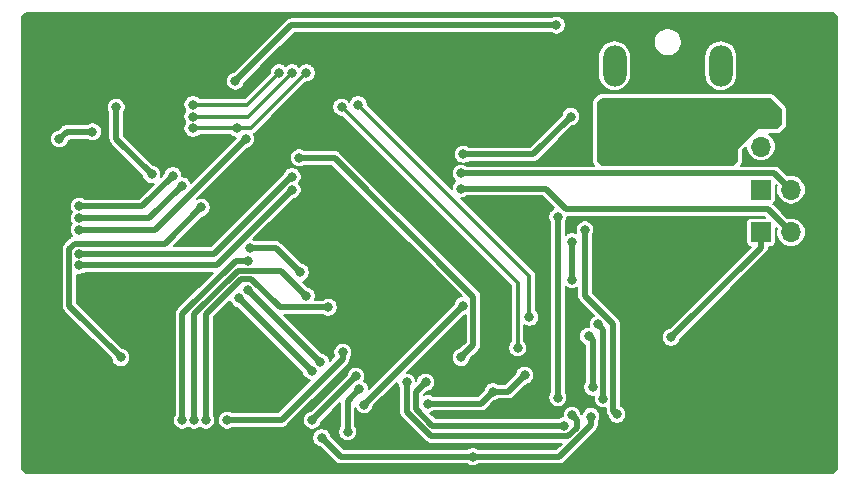
<source format=gbr>
G04 #@! TF.GenerationSoftware,KiCad,Pcbnew,(5.1.2)-2*
G04 #@! TF.CreationDate,2019-07-29T19:51:08+02:00*
G04 #@! TF.ProjectId,main_controller,6d61696e-5f63-46f6-9e74-726f6c6c6572,1*
G04 #@! TF.SameCoordinates,Original*
G04 #@! TF.FileFunction,Copper,L2,Bot*
G04 #@! TF.FilePolarity,Positive*
%FSLAX46Y46*%
G04 Gerber Fmt 4.6, Leading zero omitted, Abs format (unit mm)*
G04 Created by KiCad (PCBNEW (5.1.2)-2) date 2019-07-29 19:51:08*
%MOMM*%
%LPD*%
G04 APERTURE LIST*
%ADD10O,2.000000X3.500000*%
%ADD11O,3.300000X2.000000*%
%ADD12R,4.000000X2.000000*%
%ADD13C,4.400000*%
%ADD14C,0.700000*%
%ADD15O,1.700000X1.700000*%
%ADD16R,1.700000X1.700000*%
%ADD17C,0.800000*%
%ADD18C,0.500000*%
%ADD19C,0.300000*%
%ADD20C,0.200000*%
G04 APERTURE END LIST*
D10*
X80700000Y-35000000D03*
X89700000Y-35000000D03*
D11*
X85200000Y-36000000D03*
D12*
X85200000Y-42000000D03*
D13*
X35000000Y-35000000D03*
D14*
X36650000Y-35000000D03*
X36166726Y-36166726D03*
X35000000Y-36650000D03*
X33833274Y-36166726D03*
X33350000Y-35000000D03*
X33833274Y-33833274D03*
X35000000Y-33350000D03*
X36166726Y-33833274D03*
X36166726Y-63833274D03*
X35000000Y-63350000D03*
X33833274Y-63833274D03*
X33350000Y-65000000D03*
X33833274Y-66166726D03*
X35000000Y-66650000D03*
X36166726Y-66166726D03*
X36650000Y-65000000D03*
D13*
X35000000Y-65000000D03*
D14*
X96166726Y-33833274D03*
X95000000Y-33350000D03*
X93833274Y-33833274D03*
X93350000Y-35000000D03*
X93833274Y-36166726D03*
X95000000Y-36650000D03*
X96166726Y-36166726D03*
X96650000Y-35000000D03*
D13*
X95000000Y-35000000D03*
X95000000Y-65000000D03*
D14*
X96650000Y-65000000D03*
X96166726Y-66166726D03*
X95000000Y-66650000D03*
X93833274Y-66166726D03*
X93350000Y-65000000D03*
X93833274Y-63833274D03*
X95000000Y-63350000D03*
X96166726Y-63833274D03*
D15*
X98180000Y-45500000D03*
X95640000Y-45500000D03*
D16*
X93100000Y-45500000D03*
X93100000Y-49100000D03*
D15*
X95640000Y-49100000D03*
X98180000Y-49100000D03*
D16*
X93100000Y-39300000D03*
D15*
X93100000Y-41840000D03*
D17*
X53700000Y-65300000D03*
X83200000Y-53100000D03*
X71700000Y-39900000D03*
X69030017Y-60030017D03*
X74751670Y-62436655D03*
X74900000Y-56000000D03*
X47000000Y-42300000D03*
X85500000Y-58000000D03*
X59100000Y-62400000D03*
X36500000Y-40600000D03*
X58100000Y-66000000D03*
X33700000Y-41200000D03*
X77100000Y-49900000D03*
X77100000Y-53100000D03*
X67900000Y-42500000D03*
X77000000Y-39300000D03*
X64900000Y-63600000D03*
X70400000Y-62600000D03*
X78700000Y-64700000D03*
X68700000Y-68100000D03*
X73100000Y-61199998D03*
X55900000Y-66500000D03*
X45700000Y-47000000D03*
X38900000Y-59700000D03*
X75900000Y-63100000D03*
X75900000Y-47800004D03*
X54600000Y-35600000D03*
X45000000Y-40300003D03*
X54000000Y-42800000D03*
X48700003Y-40300003D03*
X67699948Y-59700000D03*
X53400000Y-35600000D03*
X45000000Y-39300000D03*
X73500000Y-56300000D03*
X59000000Y-38300000D03*
X52300000Y-35600000D03*
X45000000Y-38300000D03*
X72500000Y-58900000D03*
X57600000Y-38500000D03*
X55800000Y-60100000D03*
X49700000Y-54000036D03*
X48899946Y-54700000D03*
X55050000Y-60850000D03*
X67900000Y-55300000D03*
X59500004Y-63700000D03*
X55100000Y-65000000D03*
X58800000Y-61300000D03*
X35400000Y-46900000D03*
X43299998Y-44299998D03*
X35400000Y-47900000D03*
X44050013Y-45150007D03*
X35400000Y-48900000D03*
X49500000Y-41200000D03*
X35400000Y-50900000D03*
X53400000Y-44399998D03*
X35400000Y-51900000D03*
X53401048Y-45501048D03*
X57700000Y-59250120D03*
X47900000Y-65000000D03*
X46099997Y-65000000D03*
X56455000Y-55455014D03*
X45099994Y-65000000D03*
X54600000Y-54500000D03*
X44099991Y-65000000D03*
X49700000Y-51499988D03*
X78850032Y-62211553D03*
X78500000Y-57900001D03*
X79302431Y-56897569D03*
X79749990Y-63200000D03*
X67699968Y-44100000D03*
X67700012Y-45400000D03*
X80900000Y-64500000D03*
X78200000Y-48900000D03*
X54100000Y-52500000D03*
X49830043Y-50430043D03*
X41500000Y-44200000D03*
X38500000Y-38500000D03*
X48600000Y-36300000D03*
X75774503Y-31558606D03*
X63100014Y-61799986D03*
X77100000Y-64600008D03*
X76425249Y-65480136D03*
X64700000Y-61800000D03*
D18*
X93100000Y-50400000D02*
X93100000Y-49100000D01*
X85500000Y-58000000D02*
X93100000Y-50400000D01*
X59100000Y-62400000D02*
X58100000Y-63400000D01*
X58100000Y-63400000D02*
X58100000Y-66000000D01*
X36500000Y-40600000D02*
X34300000Y-40600000D01*
X34300000Y-40600000D02*
X33700000Y-41200000D01*
X77100000Y-49900000D02*
X77100000Y-53100000D01*
X73800000Y-42500000D02*
X67900000Y-42500000D01*
X77000000Y-39300000D02*
X73800000Y-42500000D01*
X64900000Y-63600000D02*
X69400000Y-63600000D01*
X69400000Y-63600000D02*
X70400000Y-62600000D01*
X76033180Y-68100000D02*
X68700000Y-68100000D01*
X78700000Y-64700000D02*
X78700000Y-65433180D01*
X78700000Y-65433180D02*
X76033180Y-68100000D01*
X70400000Y-62600000D02*
X71699998Y-62600000D01*
X71699998Y-62600000D02*
X73100000Y-61199998D01*
X57500000Y-68100000D02*
X68700000Y-68100000D01*
X55900000Y-66500000D02*
X57500000Y-68100000D01*
X45700000Y-47000000D02*
X42650001Y-50049999D01*
X34549999Y-50491999D02*
X34549999Y-55349999D01*
X42650001Y-50049999D02*
X34991999Y-50049999D01*
X34991999Y-50049999D02*
X34549999Y-50491999D01*
X34549999Y-55349999D02*
X38900000Y-59700000D01*
X75900000Y-63100000D02*
X75900000Y-47800004D01*
D19*
X54600000Y-35600000D02*
X49899997Y-40300003D01*
X48700003Y-40300003D02*
X45000000Y-40300003D01*
X49899997Y-40300003D02*
X48700003Y-40300003D01*
D18*
X68750001Y-58649947D02*
X67699948Y-59700000D01*
X68750001Y-54550001D02*
X68750001Y-58649947D01*
X54000000Y-42800000D02*
X57000000Y-42800000D01*
X57000000Y-42800000D02*
X68750001Y-54550001D01*
D19*
X53400000Y-35600000D02*
X49700000Y-39300000D01*
X49700000Y-39300000D02*
X45000000Y-39300000D01*
X73500000Y-52800000D02*
X73500000Y-56300000D01*
X59000000Y-38300000D02*
X73500000Y-52800000D01*
X52300000Y-35600000D02*
X49600000Y-38300000D01*
X49600000Y-38300000D02*
X45000000Y-38300000D01*
X72500000Y-53400000D02*
X57600000Y-38500000D01*
X72500000Y-58900000D02*
X72500000Y-53400000D01*
D18*
X55800000Y-60100000D02*
X49700036Y-54000036D01*
X49700036Y-54000036D02*
X49700000Y-54000036D01*
X55049946Y-60850000D02*
X55050000Y-60850000D01*
X48899946Y-54700000D02*
X55049946Y-60850000D01*
X67900000Y-55300000D02*
X59500004Y-63699996D01*
X59500004Y-63699996D02*
X59500004Y-63700000D01*
X55100000Y-65000000D02*
X58800000Y-61300000D01*
X35400000Y-46900000D02*
X40699996Y-46900000D01*
X40699996Y-46900000D02*
X43299998Y-44299998D01*
X35400000Y-47900000D02*
X41300020Y-47900000D01*
X41300020Y-47900000D02*
X44050013Y-45150007D01*
X35400000Y-48900000D02*
X41800000Y-48900000D01*
X41800000Y-48900000D02*
X49500000Y-41200000D01*
X53300002Y-44399998D02*
X53400000Y-44399998D01*
X46800000Y-50900000D02*
X53300002Y-44399998D01*
X35400000Y-50900000D02*
X46800000Y-50900000D01*
X35400000Y-51900000D02*
X47002096Y-51900000D01*
X47002096Y-51900000D02*
X53401048Y-45501048D01*
X57700000Y-59815805D02*
X52515805Y-65000000D01*
X52515805Y-65000000D02*
X47900000Y-65000000D01*
X57700000Y-59250120D02*
X57700000Y-59815805D01*
X46099997Y-56027363D02*
X46099997Y-65000000D01*
X49960061Y-53050025D02*
X49077335Y-53050025D01*
X52365050Y-55455014D02*
X49960061Y-53050025D01*
X49077335Y-53050025D02*
X46099997Y-56027363D01*
X56455000Y-55455014D02*
X52365050Y-55455014D01*
X52450014Y-52350014D02*
X54600000Y-54500000D01*
X45099994Y-65000000D02*
X45099994Y-56037402D01*
X45099994Y-56037402D02*
X48787382Y-52350014D01*
X48787382Y-52350014D02*
X52450014Y-52350014D01*
X48634327Y-51499988D02*
X49700000Y-51499988D01*
X44099991Y-65000000D02*
X44099991Y-56034324D01*
X44099991Y-56034324D02*
X48634327Y-51499988D01*
X78850032Y-62211553D02*
X78850032Y-58250033D01*
X78850032Y-58250033D02*
X78500000Y-57900001D01*
X79302431Y-56897569D02*
X79749990Y-57345128D01*
X79749990Y-57345128D02*
X79749990Y-63200000D01*
X94240000Y-44100000D02*
X67699968Y-44100000D01*
X95640000Y-45500000D02*
X94240000Y-44100000D01*
X76608002Y-47149998D02*
X74858004Y-45400000D01*
X95640000Y-49100000D02*
X93689998Y-47149998D01*
X74858004Y-45400000D02*
X67700012Y-45400000D01*
X93689998Y-47149998D02*
X76608002Y-47149998D01*
X78200000Y-54500000D02*
X78200000Y-48900000D01*
X80600000Y-56900000D02*
X78200000Y-54500000D01*
X80900000Y-64500000D02*
X80600000Y-64200000D01*
X80600000Y-64200000D02*
X80600000Y-56900000D01*
X52030043Y-50430043D02*
X54100000Y-52500000D01*
X49830043Y-50430043D02*
X52030043Y-50430043D01*
X41500000Y-44200000D02*
X38500000Y-41200000D01*
X38500000Y-41200000D02*
X38500000Y-38500000D01*
X53341394Y-31558606D02*
X75774503Y-31558606D01*
X48600000Y-36300000D02*
X53341394Y-31558606D01*
X77499999Y-65643218D02*
X77499999Y-65000007D01*
X77499999Y-65000007D02*
X77100000Y-64600008D01*
X76793216Y-66350001D02*
X77499999Y-65643218D01*
X65160036Y-66350001D02*
X76793216Y-66350001D01*
X63100014Y-61799986D02*
X63100014Y-64289979D01*
X63100014Y-64289979D02*
X65160036Y-66350001D01*
X63900000Y-62600000D02*
X64700000Y-61800000D01*
X63900000Y-64100000D02*
X63900000Y-62600000D01*
X76425249Y-65480136D02*
X65280136Y-65480136D01*
X65280136Y-65480136D02*
X63900000Y-64100000D01*
D20*
G36*
X99500000Y-30841422D02*
G01*
X99500000Y-69158578D01*
X99158578Y-69500000D01*
X30838113Y-69500000D01*
X30500000Y-69158841D01*
X30500000Y-50491999D01*
X33896855Y-50491999D01*
X33899999Y-50523921D01*
X33900000Y-55318067D01*
X33896855Y-55349999D01*
X33909405Y-55477421D01*
X33946572Y-55599946D01*
X34006929Y-55712867D01*
X34067801Y-55787039D01*
X34067804Y-55787042D01*
X34088157Y-55811842D01*
X34112956Y-55832194D01*
X38110043Y-59829282D01*
X38130743Y-59933351D01*
X38191049Y-60078942D01*
X38278599Y-60209970D01*
X38390030Y-60321401D01*
X38521058Y-60408951D01*
X38666649Y-60469257D01*
X38821207Y-60500000D01*
X38978793Y-60500000D01*
X39133351Y-60469257D01*
X39278942Y-60408951D01*
X39409970Y-60321401D01*
X39521401Y-60209970D01*
X39608951Y-60078942D01*
X39669257Y-59933351D01*
X39700000Y-59778793D01*
X39700000Y-59621207D01*
X39669257Y-59466649D01*
X39608951Y-59321058D01*
X39521401Y-59190030D01*
X39409970Y-59078599D01*
X39278942Y-58991049D01*
X39133351Y-58930743D01*
X39029282Y-58910043D01*
X35199999Y-55080761D01*
X35199999Y-52675891D01*
X35321207Y-52700000D01*
X35478793Y-52700000D01*
X35633351Y-52669257D01*
X35778942Y-52608951D01*
X35867169Y-52550000D01*
X46665076Y-52550000D01*
X43662948Y-55552129D01*
X43638149Y-55572481D01*
X43617796Y-55597281D01*
X43617793Y-55597284D01*
X43556921Y-55671456D01*
X43496564Y-55784377D01*
X43459397Y-55906902D01*
X43446847Y-56034324D01*
X43449992Y-56066256D01*
X43449991Y-64532831D01*
X43391040Y-64621058D01*
X43330734Y-64766649D01*
X43299991Y-64921207D01*
X43299991Y-65078793D01*
X43330734Y-65233351D01*
X43391040Y-65378942D01*
X43478590Y-65509970D01*
X43590021Y-65621401D01*
X43721049Y-65708951D01*
X43866640Y-65769257D01*
X44021198Y-65800000D01*
X44178784Y-65800000D01*
X44333342Y-65769257D01*
X44478933Y-65708951D01*
X44599992Y-65628062D01*
X44721052Y-65708951D01*
X44866643Y-65769257D01*
X45021201Y-65800000D01*
X45178787Y-65800000D01*
X45333345Y-65769257D01*
X45478936Y-65708951D01*
X45599995Y-65628062D01*
X45721055Y-65708951D01*
X45866646Y-65769257D01*
X46021204Y-65800000D01*
X46178790Y-65800000D01*
X46333348Y-65769257D01*
X46478939Y-65708951D01*
X46609967Y-65621401D01*
X46721398Y-65509970D01*
X46808948Y-65378942D01*
X46869254Y-65233351D01*
X46899997Y-65078793D01*
X46899997Y-64921207D01*
X46869254Y-64766649D01*
X46808948Y-64621058D01*
X46749997Y-64532831D01*
X46749997Y-56296601D01*
X48127795Y-54918803D01*
X48130689Y-54933351D01*
X48190995Y-55078942D01*
X48278545Y-55209970D01*
X48389976Y-55321401D01*
X48521004Y-55408951D01*
X48666595Y-55469257D01*
X48770666Y-55489958D01*
X54260056Y-60979349D01*
X54280743Y-61083351D01*
X54341049Y-61228942D01*
X54428599Y-61359970D01*
X54540030Y-61471401D01*
X54671058Y-61558951D01*
X54816649Y-61619257D01*
X54950655Y-61645912D01*
X52246567Y-64350000D01*
X48367169Y-64350000D01*
X48278942Y-64291049D01*
X48133351Y-64230743D01*
X47978793Y-64200000D01*
X47821207Y-64200000D01*
X47666649Y-64230743D01*
X47521058Y-64291049D01*
X47390030Y-64378599D01*
X47278599Y-64490030D01*
X47191049Y-64621058D01*
X47130743Y-64766649D01*
X47100000Y-64921207D01*
X47100000Y-65078793D01*
X47130743Y-65233351D01*
X47191049Y-65378942D01*
X47278599Y-65509970D01*
X47390030Y-65621401D01*
X47521058Y-65708951D01*
X47666649Y-65769257D01*
X47821207Y-65800000D01*
X47978793Y-65800000D01*
X48133351Y-65769257D01*
X48278942Y-65708951D01*
X48367169Y-65650000D01*
X52483884Y-65650000D01*
X52515805Y-65653144D01*
X52547726Y-65650000D01*
X52547737Y-65650000D01*
X52643227Y-65640595D01*
X52765753Y-65603427D01*
X52878673Y-65543070D01*
X52977648Y-65461843D01*
X52998005Y-65437038D01*
X58137038Y-60298005D01*
X58161843Y-60277648D01*
X58217849Y-60209405D01*
X58243070Y-60178674D01*
X58303427Y-60065753D01*
X58331691Y-59972578D01*
X58340595Y-59943227D01*
X58350000Y-59847737D01*
X58350000Y-59847726D01*
X58353144Y-59815805D01*
X58350000Y-59783884D01*
X58350000Y-59717289D01*
X58408951Y-59629062D01*
X58469257Y-59483471D01*
X58500000Y-59328913D01*
X58500000Y-59171327D01*
X58469257Y-59016769D01*
X58408951Y-58871178D01*
X58321401Y-58740150D01*
X58209970Y-58628719D01*
X58078942Y-58541169D01*
X57933351Y-58480863D01*
X57778793Y-58450120D01*
X57621207Y-58450120D01*
X57466649Y-58480863D01*
X57321058Y-58541169D01*
X57190030Y-58628719D01*
X57078599Y-58740150D01*
X56991049Y-58871178D01*
X56930743Y-59016769D01*
X56900000Y-59171327D01*
X56900000Y-59328913D01*
X56930743Y-59483471D01*
X56984153Y-59612414D01*
X56595912Y-60000655D01*
X56569257Y-59866649D01*
X56508951Y-59721058D01*
X56421401Y-59590030D01*
X56309970Y-59478599D01*
X56178942Y-59391049D01*
X56033351Y-59330743D01*
X55929280Y-59310042D01*
X52724252Y-56105014D01*
X55987831Y-56105014D01*
X56076058Y-56163965D01*
X56221649Y-56224271D01*
X56376207Y-56255014D01*
X56533793Y-56255014D01*
X56688351Y-56224271D01*
X56833942Y-56163965D01*
X56964970Y-56076415D01*
X57076401Y-55964984D01*
X57163951Y-55833956D01*
X57224257Y-55688365D01*
X57255000Y-55533807D01*
X57255000Y-55376221D01*
X57224257Y-55221663D01*
X57163951Y-55076072D01*
X57076401Y-54945044D01*
X56964970Y-54833613D01*
X56833942Y-54746063D01*
X56688351Y-54685757D01*
X56533793Y-54655014D01*
X56376207Y-54655014D01*
X56221649Y-54685757D01*
X56076058Y-54746063D01*
X55987831Y-54805014D01*
X55339573Y-54805014D01*
X55369257Y-54733351D01*
X55400000Y-54578793D01*
X55400000Y-54421207D01*
X55369257Y-54266649D01*
X55308951Y-54121058D01*
X55221401Y-53990030D01*
X55109970Y-53878599D01*
X54978942Y-53791049D01*
X54833351Y-53730743D01*
X54729281Y-53710043D01*
X54295938Y-53276699D01*
X54333351Y-53269257D01*
X54478942Y-53208951D01*
X54609970Y-53121401D01*
X54721401Y-53009970D01*
X54808951Y-52878942D01*
X54869257Y-52733351D01*
X54900000Y-52578793D01*
X54900000Y-52421207D01*
X54869257Y-52266649D01*
X54808951Y-52121058D01*
X54721401Y-51990030D01*
X54609970Y-51878599D01*
X54478942Y-51791049D01*
X54333351Y-51730743D01*
X54229281Y-51710043D01*
X52512243Y-49993005D01*
X52491886Y-49968200D01*
X52392911Y-49886973D01*
X52279991Y-49826616D01*
X52157465Y-49789448D01*
X52061975Y-49780043D01*
X52061964Y-49780043D01*
X52030043Y-49776899D01*
X51998122Y-49780043D01*
X50297212Y-49780043D01*
X50208985Y-49721092D01*
X50132092Y-49689242D01*
X53530328Y-46291006D01*
X53634399Y-46270305D01*
X53779990Y-46209999D01*
X53911018Y-46122449D01*
X54022449Y-46011018D01*
X54109999Y-45879990D01*
X54170305Y-45734399D01*
X54201048Y-45579841D01*
X54201048Y-45422255D01*
X54170305Y-45267697D01*
X54109999Y-45122106D01*
X54022449Y-44991078D01*
X53981370Y-44949999D01*
X54021401Y-44909968D01*
X54108951Y-44778940D01*
X54169257Y-44633349D01*
X54200000Y-44478791D01*
X54200000Y-44321205D01*
X54169257Y-44166647D01*
X54108951Y-44021056D01*
X54021401Y-43890028D01*
X53909970Y-43778597D01*
X53778942Y-43691047D01*
X53633351Y-43630741D01*
X53478793Y-43599998D01*
X53321207Y-43599998D01*
X53166649Y-43630741D01*
X53021058Y-43691047D01*
X52890030Y-43778597D01*
X52778599Y-43890028D01*
X52691049Y-44021056D01*
X52642502Y-44138260D01*
X46530762Y-50250000D01*
X43369238Y-50250000D01*
X45829282Y-47789957D01*
X45933351Y-47769257D01*
X46078942Y-47708951D01*
X46209970Y-47621401D01*
X46321401Y-47509970D01*
X46408951Y-47378942D01*
X46469257Y-47233351D01*
X46500000Y-47078793D01*
X46500000Y-46921207D01*
X46469257Y-46766649D01*
X46408951Y-46621058D01*
X46321401Y-46490030D01*
X46209970Y-46378599D01*
X46078942Y-46291049D01*
X45933351Y-46230743D01*
X45778793Y-46200000D01*
X45621207Y-46200000D01*
X45466649Y-46230743D01*
X45333232Y-46286006D01*
X48898031Y-42721207D01*
X53200000Y-42721207D01*
X53200000Y-42878793D01*
X53230743Y-43033351D01*
X53291049Y-43178942D01*
X53378599Y-43309970D01*
X53490030Y-43421401D01*
X53621058Y-43508951D01*
X53766649Y-43569257D01*
X53921207Y-43600000D01*
X54078793Y-43600000D01*
X54233351Y-43569257D01*
X54378942Y-43508951D01*
X54467169Y-43450000D01*
X56730762Y-43450000D01*
X67787472Y-54506710D01*
X67666649Y-54530743D01*
X67521058Y-54591049D01*
X67390030Y-54678599D01*
X67278599Y-54790030D01*
X67191049Y-54921058D01*
X67130743Y-55066649D01*
X67110043Y-55170718D01*
X59900000Y-62380762D01*
X59900000Y-62321207D01*
X59869257Y-62166649D01*
X59808951Y-62021058D01*
X59721401Y-61890030D01*
X59609970Y-61778599D01*
X59494096Y-61701174D01*
X59508951Y-61678942D01*
X59569257Y-61533351D01*
X59600000Y-61378793D01*
X59600000Y-61221207D01*
X59569257Y-61066649D01*
X59508951Y-60921058D01*
X59421401Y-60790030D01*
X59309970Y-60678599D01*
X59178942Y-60591049D01*
X59033351Y-60530743D01*
X58878793Y-60500000D01*
X58721207Y-60500000D01*
X58566649Y-60530743D01*
X58421058Y-60591049D01*
X58290030Y-60678599D01*
X58178599Y-60790030D01*
X58091049Y-60921058D01*
X58030743Y-61066649D01*
X58010043Y-61170718D01*
X54970719Y-64210042D01*
X54866649Y-64230743D01*
X54721058Y-64291049D01*
X54590030Y-64378599D01*
X54478599Y-64490030D01*
X54391049Y-64621058D01*
X54330743Y-64766649D01*
X54300000Y-64921207D01*
X54300000Y-65078793D01*
X54330743Y-65233351D01*
X54391049Y-65378942D01*
X54478599Y-65509970D01*
X54590030Y-65621401D01*
X54721058Y-65708951D01*
X54866649Y-65769257D01*
X55021207Y-65800000D01*
X55178793Y-65800000D01*
X55333351Y-65769257D01*
X55478942Y-65708951D01*
X55609970Y-65621401D01*
X55721401Y-65509970D01*
X55808951Y-65378942D01*
X55869257Y-65233351D01*
X55889958Y-65129281D01*
X57450000Y-63569238D01*
X57450001Y-65532830D01*
X57391049Y-65621058D01*
X57330743Y-65766649D01*
X57300000Y-65921207D01*
X57300000Y-66078793D01*
X57330743Y-66233351D01*
X57391049Y-66378942D01*
X57478599Y-66509970D01*
X57590030Y-66621401D01*
X57721058Y-66708951D01*
X57866649Y-66769257D01*
X58021207Y-66800000D01*
X58178793Y-66800000D01*
X58333351Y-66769257D01*
X58478942Y-66708951D01*
X58609970Y-66621401D01*
X58721401Y-66509970D01*
X58808951Y-66378942D01*
X58869257Y-66233351D01*
X58900000Y-66078793D01*
X58900000Y-65921207D01*
X58869257Y-65766649D01*
X58808951Y-65621058D01*
X58750000Y-65532831D01*
X58750000Y-63979832D01*
X58791053Y-64078942D01*
X58878603Y-64209970D01*
X58990034Y-64321401D01*
X59121062Y-64408951D01*
X59266653Y-64469257D01*
X59421211Y-64500000D01*
X59578797Y-64500000D01*
X59733355Y-64469257D01*
X59878946Y-64408951D01*
X60009974Y-64321401D01*
X60121405Y-64209970D01*
X60208955Y-64078942D01*
X60269261Y-63933351D01*
X60289963Y-63829275D01*
X62300014Y-61819224D01*
X62300014Y-61878779D01*
X62330757Y-62033337D01*
X62391063Y-62178928D01*
X62450014Y-62267155D01*
X62450015Y-64258048D01*
X62446870Y-64289979D01*
X62459420Y-64417401D01*
X62496587Y-64539926D01*
X62556944Y-64652847D01*
X62617816Y-64727019D01*
X62617819Y-64727022D01*
X62638172Y-64751822D01*
X62662971Y-64772174D01*
X64677840Y-66787044D01*
X64698193Y-66811844D01*
X64722993Y-66832197D01*
X64722995Y-66832199D01*
X64760366Y-66862868D01*
X64797168Y-66893071D01*
X64910088Y-66953428D01*
X65032614Y-66990596D01*
X65128104Y-67000001D01*
X65128114Y-67000001D01*
X65160035Y-67003145D01*
X65191957Y-67000001D01*
X76213941Y-67000001D01*
X75763942Y-67450000D01*
X69167169Y-67450000D01*
X69078942Y-67391049D01*
X68933351Y-67330743D01*
X68778793Y-67300000D01*
X68621207Y-67300000D01*
X68466649Y-67330743D01*
X68321058Y-67391049D01*
X68232831Y-67450000D01*
X57769238Y-67450000D01*
X56689958Y-66370720D01*
X56669257Y-66266649D01*
X56608951Y-66121058D01*
X56521401Y-65990030D01*
X56409970Y-65878599D01*
X56278942Y-65791049D01*
X56133351Y-65730743D01*
X55978793Y-65700000D01*
X55821207Y-65700000D01*
X55666649Y-65730743D01*
X55521058Y-65791049D01*
X55390030Y-65878599D01*
X55278599Y-65990030D01*
X55191049Y-66121058D01*
X55130743Y-66266649D01*
X55100000Y-66421207D01*
X55100000Y-66578793D01*
X55130743Y-66733351D01*
X55191049Y-66878942D01*
X55278599Y-67009970D01*
X55390030Y-67121401D01*
X55521058Y-67208951D01*
X55666649Y-67269257D01*
X55770720Y-67289958D01*
X57017800Y-68537038D01*
X57038157Y-68561843D01*
X57137132Y-68643070D01*
X57250052Y-68703427D01*
X57372578Y-68740595D01*
X57468068Y-68750000D01*
X57468076Y-68750000D01*
X57500000Y-68753144D01*
X57531924Y-68750000D01*
X68232831Y-68750000D01*
X68321058Y-68808951D01*
X68466649Y-68869257D01*
X68621207Y-68900000D01*
X68778793Y-68900000D01*
X68933351Y-68869257D01*
X69078942Y-68808951D01*
X69167169Y-68750000D01*
X76001259Y-68750000D01*
X76033180Y-68753144D01*
X76065101Y-68750000D01*
X76065112Y-68750000D01*
X76160602Y-68740595D01*
X76283128Y-68703427D01*
X76396048Y-68643070D01*
X76495023Y-68561843D01*
X76515380Y-68537038D01*
X79137043Y-65915376D01*
X79161843Y-65895023D01*
X79182198Y-65870221D01*
X79243070Y-65796049D01*
X79303427Y-65683128D01*
X79312522Y-65653145D01*
X79340595Y-65560602D01*
X79350000Y-65465112D01*
X79350000Y-65465102D01*
X79353144Y-65433181D01*
X79350000Y-65401259D01*
X79350000Y-65167169D01*
X79408951Y-65078942D01*
X79469257Y-64933351D01*
X79500000Y-64778793D01*
X79500000Y-64621207D01*
X79469257Y-64466649D01*
X79408951Y-64321058D01*
X79321401Y-64190030D01*
X79209970Y-64078599D01*
X79078942Y-63991049D01*
X78933351Y-63930743D01*
X78778793Y-63900000D01*
X78621207Y-63900000D01*
X78466649Y-63930743D01*
X78321058Y-63991049D01*
X78190030Y-64078599D01*
X78078599Y-64190030D01*
X77991049Y-64321058D01*
X77930743Y-64466649D01*
X77923300Y-64504070D01*
X77889958Y-64470728D01*
X77869257Y-64366657D01*
X77808951Y-64221066D01*
X77721401Y-64090038D01*
X77609970Y-63978607D01*
X77478942Y-63891057D01*
X77333351Y-63830751D01*
X77178793Y-63800008D01*
X77021207Y-63800008D01*
X76866649Y-63830751D01*
X76721058Y-63891057D01*
X76590030Y-63978607D01*
X76478599Y-64090038D01*
X76391049Y-64221066D01*
X76330743Y-64366657D01*
X76300000Y-64521215D01*
X76300000Y-64678801D01*
X76302024Y-64688974D01*
X76191898Y-64710879D01*
X76046307Y-64771185D01*
X75958080Y-64830136D01*
X65549375Y-64830136D01*
X65095937Y-64376699D01*
X65133351Y-64369257D01*
X65278942Y-64308951D01*
X65367169Y-64250000D01*
X69368079Y-64250000D01*
X69400000Y-64253144D01*
X69431921Y-64250000D01*
X69431932Y-64250000D01*
X69527422Y-64240595D01*
X69649948Y-64203427D01*
X69762868Y-64143070D01*
X69861843Y-64061843D01*
X69882200Y-64037038D01*
X70529281Y-63389957D01*
X70633351Y-63369257D01*
X70778942Y-63308951D01*
X70867169Y-63250000D01*
X71668077Y-63250000D01*
X71699998Y-63253144D01*
X71731919Y-63250000D01*
X71731930Y-63250000D01*
X71827420Y-63240595D01*
X71949946Y-63203427D01*
X72062866Y-63143070D01*
X72161841Y-63061843D01*
X72182198Y-63037038D01*
X73229280Y-61989956D01*
X73333351Y-61969255D01*
X73478942Y-61908949D01*
X73609970Y-61821399D01*
X73721401Y-61709968D01*
X73808951Y-61578940D01*
X73869257Y-61433349D01*
X73900000Y-61278791D01*
X73900000Y-61121205D01*
X73869257Y-60966647D01*
X73808951Y-60821056D01*
X73721401Y-60690028D01*
X73609970Y-60578597D01*
X73478942Y-60491047D01*
X73333351Y-60430741D01*
X73178793Y-60399998D01*
X73021207Y-60399998D01*
X72866649Y-60430741D01*
X72721058Y-60491047D01*
X72590030Y-60578597D01*
X72478599Y-60690028D01*
X72391049Y-60821056D01*
X72330743Y-60966647D01*
X72310042Y-61070718D01*
X71430760Y-61950000D01*
X70867169Y-61950000D01*
X70778942Y-61891049D01*
X70633351Y-61830743D01*
X70478793Y-61800000D01*
X70321207Y-61800000D01*
X70166649Y-61830743D01*
X70021058Y-61891049D01*
X69890030Y-61978599D01*
X69778599Y-62090030D01*
X69691049Y-62221058D01*
X69630743Y-62366649D01*
X69610043Y-62470719D01*
X69130762Y-62950000D01*
X65367169Y-62950000D01*
X65278942Y-62891049D01*
X65133351Y-62830743D01*
X64978793Y-62800000D01*
X64821207Y-62800000D01*
X64666649Y-62830743D01*
X64550000Y-62879061D01*
X64550000Y-62869238D01*
X64829280Y-62589958D01*
X64933351Y-62569257D01*
X65078942Y-62508951D01*
X65209970Y-62421401D01*
X65321401Y-62309970D01*
X65408951Y-62178942D01*
X65469257Y-62033351D01*
X65500000Y-61878793D01*
X65500000Y-61721207D01*
X65469257Y-61566649D01*
X65408951Y-61421058D01*
X65321401Y-61290030D01*
X65209970Y-61178599D01*
X65078942Y-61091049D01*
X64933351Y-61030743D01*
X64778793Y-61000000D01*
X64621207Y-61000000D01*
X64466649Y-61030743D01*
X64321058Y-61091049D01*
X64190030Y-61178599D01*
X64078599Y-61290030D01*
X63991049Y-61421058D01*
X63930743Y-61566649D01*
X63910042Y-61670720D01*
X63893304Y-61687458D01*
X63869271Y-61566635D01*
X63808965Y-61421044D01*
X63721415Y-61290016D01*
X63609984Y-61178585D01*
X63478956Y-61091035D01*
X63333365Y-61030729D01*
X63178807Y-60999986D01*
X63119252Y-60999986D01*
X68029282Y-56089957D01*
X68100001Y-56075891D01*
X68100002Y-58380707D01*
X67570667Y-58910042D01*
X67466597Y-58930743D01*
X67321006Y-58991049D01*
X67189978Y-59078599D01*
X67078547Y-59190030D01*
X66990997Y-59321058D01*
X66930691Y-59466649D01*
X66899948Y-59621207D01*
X66899948Y-59778793D01*
X66930691Y-59933351D01*
X66990997Y-60078942D01*
X67078547Y-60209970D01*
X67189978Y-60321401D01*
X67321006Y-60408951D01*
X67466597Y-60469257D01*
X67621155Y-60500000D01*
X67778741Y-60500000D01*
X67933299Y-60469257D01*
X68078890Y-60408951D01*
X68209918Y-60321401D01*
X68321349Y-60209970D01*
X68408899Y-60078942D01*
X68469205Y-59933351D01*
X68489906Y-59829281D01*
X69187044Y-59132143D01*
X69211844Y-59111790D01*
X69239084Y-59078599D01*
X69293070Y-59012816D01*
X69299829Y-59000172D01*
X69353428Y-58899895D01*
X69390596Y-58777369D01*
X69400001Y-58681879D01*
X69400001Y-58681869D01*
X69403145Y-58649948D01*
X69400001Y-58618027D01*
X69400001Y-54581925D01*
X69403145Y-54550001D01*
X69400001Y-54518077D01*
X69400001Y-54518069D01*
X69390596Y-54422579D01*
X69353428Y-54300053D01*
X69293071Y-54187133D01*
X69211844Y-54088158D01*
X69187040Y-54067802D01*
X57482200Y-42362962D01*
X57461843Y-42338157D01*
X57362868Y-42256930D01*
X57249948Y-42196573D01*
X57127422Y-42159405D01*
X57031932Y-42150000D01*
X57031921Y-42150000D01*
X57000000Y-42146856D01*
X56968079Y-42150000D01*
X54467169Y-42150000D01*
X54378942Y-42091049D01*
X54233351Y-42030743D01*
X54078793Y-42000000D01*
X53921207Y-42000000D01*
X53766649Y-42030743D01*
X53621058Y-42091049D01*
X53490030Y-42178599D01*
X53378599Y-42290030D01*
X53291049Y-42421058D01*
X53230743Y-42566649D01*
X53200000Y-42721207D01*
X48898031Y-42721207D01*
X49629282Y-41989957D01*
X49733351Y-41969257D01*
X49878942Y-41908951D01*
X50009970Y-41821401D01*
X50121401Y-41709970D01*
X50208951Y-41578942D01*
X50269257Y-41433351D01*
X50300000Y-41278793D01*
X50300000Y-41121207D01*
X50269257Y-40966649D01*
X50208951Y-40821058D01*
X50178152Y-40774964D01*
X50207039Y-40759524D01*
X50290787Y-40690793D01*
X50308010Y-40669807D01*
X52556610Y-38421207D01*
X56800000Y-38421207D01*
X56800000Y-38578793D01*
X56830743Y-38733351D01*
X56891049Y-38878942D01*
X56978599Y-39009970D01*
X57090030Y-39121401D01*
X57221058Y-39208951D01*
X57366649Y-39269257D01*
X57521207Y-39300000D01*
X57622183Y-39300000D01*
X71950001Y-53627819D01*
X71950000Y-58318629D01*
X71878599Y-58390030D01*
X71791049Y-58521058D01*
X71730743Y-58666649D01*
X71700000Y-58821207D01*
X71700000Y-58978793D01*
X71730743Y-59133351D01*
X71791049Y-59278942D01*
X71878599Y-59409970D01*
X71990030Y-59521401D01*
X72121058Y-59608951D01*
X72266649Y-59669257D01*
X72421207Y-59700000D01*
X72578793Y-59700000D01*
X72733351Y-59669257D01*
X72878942Y-59608951D01*
X73009970Y-59521401D01*
X73121401Y-59409970D01*
X73208951Y-59278942D01*
X73269257Y-59133351D01*
X73300000Y-58978793D01*
X73300000Y-58821207D01*
X73269257Y-58666649D01*
X73208951Y-58521058D01*
X73121401Y-58390030D01*
X73050000Y-58318629D01*
X73050000Y-56961472D01*
X73121058Y-57008951D01*
X73266649Y-57069257D01*
X73421207Y-57100000D01*
X73578793Y-57100000D01*
X73733351Y-57069257D01*
X73878942Y-57008951D01*
X74009970Y-56921401D01*
X74121401Y-56809970D01*
X74208951Y-56678942D01*
X74269257Y-56533351D01*
X74300000Y-56378793D01*
X74300000Y-56221207D01*
X74269257Y-56066649D01*
X74208951Y-55921058D01*
X74121401Y-55790030D01*
X74050000Y-55718629D01*
X74050000Y-52827011D01*
X74052660Y-52800000D01*
X74050000Y-52772989D01*
X74050000Y-52772982D01*
X74042042Y-52692181D01*
X74010592Y-52588506D01*
X73959521Y-52492958D01*
X73890790Y-52409210D01*
X73869804Y-52391987D01*
X67677817Y-46200000D01*
X67778805Y-46200000D01*
X67933363Y-46169257D01*
X68078954Y-46108951D01*
X68167181Y-46050000D01*
X74588766Y-46050000D01*
X75597963Y-47059198D01*
X75521058Y-47091053D01*
X75390030Y-47178603D01*
X75278599Y-47290034D01*
X75191049Y-47421062D01*
X75130743Y-47566653D01*
X75100000Y-47721211D01*
X75100000Y-47878797D01*
X75130743Y-48033355D01*
X75191049Y-48178946D01*
X75250001Y-48267174D01*
X75250000Y-62632831D01*
X75191049Y-62721058D01*
X75130743Y-62866649D01*
X75100000Y-63021207D01*
X75100000Y-63178793D01*
X75130743Y-63333351D01*
X75191049Y-63478942D01*
X75278599Y-63609970D01*
X75390030Y-63721401D01*
X75521058Y-63808951D01*
X75666649Y-63869257D01*
X75821207Y-63900000D01*
X75978793Y-63900000D01*
X76133351Y-63869257D01*
X76278942Y-63808951D01*
X76409970Y-63721401D01*
X76521401Y-63609970D01*
X76608951Y-63478942D01*
X76669257Y-63333351D01*
X76700000Y-63178793D01*
X76700000Y-63021207D01*
X76669257Y-62866649D01*
X76608951Y-62721058D01*
X76550000Y-62632831D01*
X76550000Y-53681371D01*
X76590030Y-53721401D01*
X76721058Y-53808951D01*
X76866649Y-53869257D01*
X77021207Y-53900000D01*
X77178793Y-53900000D01*
X77333351Y-53869257D01*
X77478942Y-53808951D01*
X77550000Y-53761472D01*
X77550000Y-54468078D01*
X77546856Y-54500000D01*
X77550000Y-54531921D01*
X77550000Y-54531931D01*
X77559405Y-54627421D01*
X77569108Y-54659406D01*
X77596573Y-54749947D01*
X77656930Y-54862868D01*
X77670122Y-54878942D01*
X77738157Y-54961843D01*
X77762960Y-54982198D01*
X78955938Y-56175177D01*
X78923489Y-56188618D01*
X78792461Y-56276168D01*
X78681030Y-56387599D01*
X78593480Y-56518627D01*
X78533174Y-56664218D01*
X78502431Y-56818776D01*
X78502431Y-56976362D01*
X78527024Y-57100001D01*
X78421207Y-57100001D01*
X78266649Y-57130744D01*
X78121058Y-57191050D01*
X77990030Y-57278600D01*
X77878599Y-57390031D01*
X77791049Y-57521059D01*
X77730743Y-57666650D01*
X77700000Y-57821208D01*
X77700000Y-57978794D01*
X77730743Y-58133352D01*
X77791049Y-58278943D01*
X77878599Y-58409971D01*
X77990030Y-58521402D01*
X78121058Y-58608952D01*
X78200033Y-58641665D01*
X78200032Y-61744384D01*
X78141081Y-61832611D01*
X78080775Y-61978202D01*
X78050032Y-62132760D01*
X78050032Y-62290346D01*
X78080775Y-62444904D01*
X78141081Y-62590495D01*
X78228631Y-62721523D01*
X78340062Y-62832954D01*
X78471090Y-62920504D01*
X78616681Y-62980810D01*
X78771239Y-63011553D01*
X78928825Y-63011553D01*
X78973572Y-63002652D01*
X78949990Y-63121207D01*
X78949990Y-63278793D01*
X78980733Y-63433351D01*
X79041039Y-63578942D01*
X79128589Y-63709970D01*
X79240020Y-63821401D01*
X79371048Y-63908951D01*
X79516639Y-63969257D01*
X79671197Y-64000000D01*
X79828783Y-64000000D01*
X79950000Y-63975889D01*
X79950000Y-64168078D01*
X79946856Y-64200000D01*
X79950000Y-64231921D01*
X79950000Y-64231931D01*
X79959405Y-64327421D01*
X79981422Y-64400000D01*
X79996573Y-64449947D01*
X80056930Y-64562868D01*
X80104686Y-64621058D01*
X80109597Y-64627043D01*
X80130743Y-64733351D01*
X80191049Y-64878942D01*
X80278599Y-65009970D01*
X80390030Y-65121401D01*
X80521058Y-65208951D01*
X80666649Y-65269257D01*
X80821207Y-65300000D01*
X80978793Y-65300000D01*
X81133351Y-65269257D01*
X81278942Y-65208951D01*
X81409970Y-65121401D01*
X81521401Y-65009970D01*
X81608951Y-64878942D01*
X81669257Y-64733351D01*
X81700000Y-64578793D01*
X81700000Y-64421207D01*
X81669257Y-64266649D01*
X81608951Y-64121058D01*
X81521401Y-63990030D01*
X81409970Y-63878599D01*
X81278942Y-63791049D01*
X81250000Y-63779061D01*
X81250000Y-56931924D01*
X81253144Y-56900000D01*
X81250000Y-56868076D01*
X81250000Y-56868068D01*
X81240595Y-56772578D01*
X81203427Y-56650052D01*
X81143070Y-56537132D01*
X81126156Y-56516522D01*
X81082199Y-56462960D01*
X81082196Y-56462957D01*
X81061843Y-56438157D01*
X81037043Y-56417804D01*
X78850000Y-54230762D01*
X78850000Y-49367169D01*
X78908951Y-49278942D01*
X78969257Y-49133351D01*
X79000000Y-48978793D01*
X79000000Y-48821207D01*
X78969257Y-48666649D01*
X78908951Y-48521058D01*
X78821401Y-48390030D01*
X78709970Y-48278599D01*
X78578942Y-48191049D01*
X78433351Y-48130743D01*
X78278793Y-48100000D01*
X78121207Y-48100000D01*
X77966649Y-48130743D01*
X77821058Y-48191049D01*
X77690030Y-48278599D01*
X77578599Y-48390030D01*
X77491049Y-48521058D01*
X77430743Y-48666649D01*
X77400000Y-48821207D01*
X77400000Y-48978793D01*
X77430743Y-49133351D01*
X77449610Y-49178899D01*
X77333351Y-49130743D01*
X77178793Y-49100000D01*
X77021207Y-49100000D01*
X76866649Y-49130743D01*
X76721058Y-49191049D01*
X76590030Y-49278599D01*
X76550000Y-49318629D01*
X76550000Y-48267173D01*
X76608951Y-48178946D01*
X76669257Y-48033355D01*
X76700000Y-47878797D01*
X76700000Y-47799998D01*
X93420760Y-47799998D01*
X93468827Y-47848065D01*
X92250000Y-47848065D01*
X92171586Y-47855788D01*
X92096186Y-47878660D01*
X92026697Y-47915803D01*
X91965789Y-47965789D01*
X91915803Y-48026697D01*
X91878660Y-48096186D01*
X91855788Y-48171586D01*
X91848065Y-48250000D01*
X91848065Y-49950000D01*
X91855788Y-50028414D01*
X91878660Y-50103814D01*
X91915803Y-50173303D01*
X91965789Y-50234211D01*
X92026697Y-50284197D01*
X92096186Y-50321340D01*
X92171586Y-50344212D01*
X92230725Y-50350037D01*
X85370720Y-57210042D01*
X85266649Y-57230743D01*
X85121058Y-57291049D01*
X84990030Y-57378599D01*
X84878599Y-57490030D01*
X84791049Y-57621058D01*
X84730743Y-57766649D01*
X84700000Y-57921207D01*
X84700000Y-58078793D01*
X84730743Y-58233351D01*
X84791049Y-58378942D01*
X84878599Y-58509970D01*
X84990030Y-58621401D01*
X85121058Y-58708951D01*
X85266649Y-58769257D01*
X85421207Y-58800000D01*
X85578793Y-58800000D01*
X85733351Y-58769257D01*
X85878942Y-58708951D01*
X86009970Y-58621401D01*
X86121401Y-58509970D01*
X86208951Y-58378942D01*
X86269257Y-58233351D01*
X86289958Y-58129280D01*
X93537045Y-50882194D01*
X93561843Y-50861843D01*
X93595193Y-50821207D01*
X93643069Y-50762869D01*
X93643071Y-50762867D01*
X93703427Y-50649948D01*
X93740595Y-50527422D01*
X93750000Y-50431932D01*
X93750000Y-50431922D01*
X93753144Y-50400001D01*
X93750000Y-50368079D01*
X93750000Y-50351935D01*
X93950000Y-50351935D01*
X94028414Y-50344212D01*
X94103814Y-50321340D01*
X94173303Y-50284197D01*
X94234211Y-50234211D01*
X94284197Y-50173303D01*
X94321340Y-50103814D01*
X94344212Y-50028414D01*
X94351935Y-49950000D01*
X94351935Y-48731174D01*
X94423828Y-48803066D01*
X94408087Y-48854957D01*
X94383952Y-49100000D01*
X94408087Y-49345043D01*
X94479563Y-49580669D01*
X94595634Y-49797823D01*
X94751840Y-49988160D01*
X94942177Y-50144366D01*
X95159331Y-50260437D01*
X95394957Y-50331913D01*
X95578595Y-50350000D01*
X95701405Y-50350000D01*
X95885043Y-50331913D01*
X96120669Y-50260437D01*
X96337823Y-50144366D01*
X96528160Y-49988160D01*
X96684366Y-49797823D01*
X96800437Y-49580669D01*
X96871913Y-49345043D01*
X96896048Y-49100000D01*
X96871913Y-48854957D01*
X96800437Y-48619331D01*
X96684366Y-48402177D01*
X96528160Y-48211840D01*
X96337823Y-48055634D01*
X96120669Y-47939563D01*
X95885043Y-47868087D01*
X95701405Y-47850000D01*
X95578595Y-47850000D01*
X95394957Y-47868087D01*
X95343066Y-47883828D01*
X94172198Y-46712960D01*
X94156127Y-46693378D01*
X94173303Y-46684197D01*
X94234211Y-46634211D01*
X94284197Y-46573303D01*
X94321340Y-46503814D01*
X94344212Y-46428414D01*
X94351935Y-46350000D01*
X94351935Y-45131173D01*
X94423828Y-45203066D01*
X94408087Y-45254957D01*
X94383952Y-45500000D01*
X94408087Y-45745043D01*
X94479563Y-45980669D01*
X94595634Y-46197823D01*
X94751840Y-46388160D01*
X94942177Y-46544366D01*
X95159331Y-46660437D01*
X95394957Y-46731913D01*
X95578595Y-46750000D01*
X95701405Y-46750000D01*
X95885043Y-46731913D01*
X96120669Y-46660437D01*
X96337823Y-46544366D01*
X96528160Y-46388160D01*
X96684366Y-46197823D01*
X96800437Y-45980669D01*
X96871913Y-45745043D01*
X96896048Y-45500000D01*
X96871913Y-45254957D01*
X96800437Y-45019331D01*
X96684366Y-44802177D01*
X96528160Y-44611840D01*
X96337823Y-44455634D01*
X96120669Y-44339563D01*
X95885043Y-44268087D01*
X95701405Y-44250000D01*
X95578595Y-44250000D01*
X95394957Y-44268087D01*
X95343066Y-44283828D01*
X94722200Y-43662962D01*
X94701843Y-43638157D01*
X94602868Y-43556930D01*
X94489948Y-43496573D01*
X94367422Y-43459405D01*
X94271932Y-43450000D01*
X94271921Y-43450000D01*
X94240000Y-43446856D01*
X94208079Y-43450000D01*
X91415686Y-43450000D01*
X91482843Y-43382843D01*
X91532588Y-43322228D01*
X91569552Y-43253073D01*
X91592314Y-43178036D01*
X91600000Y-43100000D01*
X91600000Y-42165686D01*
X91851280Y-41914406D01*
X91868087Y-42085043D01*
X91939563Y-42320669D01*
X92055634Y-42537823D01*
X92211840Y-42728160D01*
X92402177Y-42884366D01*
X92619331Y-43000437D01*
X92854957Y-43071913D01*
X93038595Y-43090000D01*
X93161405Y-43090000D01*
X93345043Y-43071913D01*
X93580669Y-43000437D01*
X93797823Y-42884366D01*
X93988160Y-42728160D01*
X94144366Y-42537823D01*
X94260437Y-42320669D01*
X94331913Y-42085043D01*
X94356048Y-41840000D01*
X94331913Y-41594957D01*
X94260437Y-41359331D01*
X94144366Y-41142177D01*
X93988160Y-40951840D01*
X93803143Y-40800000D01*
X94500000Y-40800000D01*
X94578036Y-40792314D01*
X94653073Y-40769552D01*
X94722228Y-40732588D01*
X94782843Y-40682843D01*
X95182843Y-40282843D01*
X95232588Y-40222228D01*
X95269552Y-40153073D01*
X95292314Y-40078036D01*
X95300000Y-40000000D01*
X95300000Y-38700000D01*
X95292314Y-38621964D01*
X95269552Y-38546927D01*
X95232588Y-38477772D01*
X95182843Y-38417157D01*
X94182843Y-37417157D01*
X94122228Y-37367412D01*
X94053073Y-37330448D01*
X93978036Y-37307686D01*
X93900000Y-37300000D01*
X79600000Y-37300000D01*
X79521964Y-37307686D01*
X79446927Y-37330448D01*
X79377772Y-37367412D01*
X79317157Y-37417157D01*
X78917157Y-37817157D01*
X78867412Y-37877772D01*
X78830448Y-37946927D01*
X78807686Y-38021964D01*
X78800000Y-38100000D01*
X78800000Y-43100000D01*
X78807686Y-43178036D01*
X78830448Y-43253073D01*
X78867412Y-43322228D01*
X78917157Y-43382843D01*
X78984314Y-43450000D01*
X68167137Y-43450000D01*
X68078910Y-43391049D01*
X67933319Y-43330743D01*
X67778761Y-43300000D01*
X67621175Y-43300000D01*
X67466617Y-43330743D01*
X67321026Y-43391049D01*
X67189998Y-43478599D01*
X67078567Y-43590030D01*
X66991017Y-43721058D01*
X66930711Y-43866649D01*
X66899968Y-44021207D01*
X66899968Y-44178793D01*
X66930711Y-44333351D01*
X66991017Y-44478942D01*
X67078567Y-44609970D01*
X67189998Y-44721401D01*
X67232821Y-44750015D01*
X67190042Y-44778599D01*
X67078611Y-44890030D01*
X66991061Y-45021058D01*
X66930755Y-45166649D01*
X66900012Y-45321207D01*
X66900012Y-45422195D01*
X63899024Y-42421207D01*
X67100000Y-42421207D01*
X67100000Y-42578793D01*
X67130743Y-42733351D01*
X67191049Y-42878942D01*
X67278599Y-43009970D01*
X67390030Y-43121401D01*
X67521058Y-43208951D01*
X67666649Y-43269257D01*
X67821207Y-43300000D01*
X67978793Y-43300000D01*
X68133351Y-43269257D01*
X68278942Y-43208951D01*
X68367169Y-43150000D01*
X73768079Y-43150000D01*
X73800000Y-43153144D01*
X73831921Y-43150000D01*
X73831932Y-43150000D01*
X73927422Y-43140595D01*
X74049948Y-43103427D01*
X74162868Y-43043070D01*
X74261843Y-42961843D01*
X74282200Y-42937038D01*
X77129282Y-40089957D01*
X77233351Y-40069257D01*
X77378942Y-40008951D01*
X77509970Y-39921401D01*
X77621401Y-39809970D01*
X77708951Y-39678942D01*
X77769257Y-39533351D01*
X77800000Y-39378793D01*
X77800000Y-39221207D01*
X77769257Y-39066649D01*
X77708951Y-38921058D01*
X77621401Y-38790030D01*
X77509970Y-38678599D01*
X77378942Y-38591049D01*
X77233351Y-38530743D01*
X77078793Y-38500000D01*
X76921207Y-38500000D01*
X76766649Y-38530743D01*
X76621058Y-38591049D01*
X76490030Y-38678599D01*
X76378599Y-38790030D01*
X76291049Y-38921058D01*
X76230743Y-39066649D01*
X76210043Y-39170718D01*
X73530762Y-41850000D01*
X68367169Y-41850000D01*
X68278942Y-41791049D01*
X68133351Y-41730743D01*
X67978793Y-41700000D01*
X67821207Y-41700000D01*
X67666649Y-41730743D01*
X67521058Y-41791049D01*
X67390030Y-41878599D01*
X67278599Y-41990030D01*
X67191049Y-42121058D01*
X67130743Y-42266649D01*
X67100000Y-42421207D01*
X63899024Y-42421207D01*
X59800000Y-38322183D01*
X59800000Y-38221207D01*
X59769257Y-38066649D01*
X59708951Y-37921058D01*
X59621401Y-37790030D01*
X59509970Y-37678599D01*
X59378942Y-37591049D01*
X59233351Y-37530743D01*
X59078793Y-37500000D01*
X58921207Y-37500000D01*
X58766649Y-37530743D01*
X58621058Y-37591049D01*
X58490030Y-37678599D01*
X58378599Y-37790030D01*
X58291049Y-37921058D01*
X58246760Y-38027982D01*
X58221401Y-37990030D01*
X58109970Y-37878599D01*
X57978942Y-37791049D01*
X57833351Y-37730743D01*
X57678793Y-37700000D01*
X57521207Y-37700000D01*
X57366649Y-37730743D01*
X57221058Y-37791049D01*
X57090030Y-37878599D01*
X56978599Y-37990030D01*
X56891049Y-38121058D01*
X56830743Y-38266649D01*
X56800000Y-38421207D01*
X52556610Y-38421207D01*
X54577818Y-36400000D01*
X54678793Y-36400000D01*
X54833351Y-36369257D01*
X54978942Y-36308951D01*
X55109970Y-36221401D01*
X55221401Y-36109970D01*
X55308951Y-35978942D01*
X55369257Y-35833351D01*
X55400000Y-35678793D01*
X55400000Y-35521207D01*
X55369257Y-35366649D01*
X55308951Y-35221058D01*
X55221401Y-35090030D01*
X55109970Y-34978599D01*
X54978942Y-34891049D01*
X54833351Y-34830743D01*
X54678793Y-34800000D01*
X54521207Y-34800000D01*
X54366649Y-34830743D01*
X54221058Y-34891049D01*
X54090030Y-34978599D01*
X54000000Y-35068629D01*
X53909970Y-34978599D01*
X53778942Y-34891049D01*
X53633351Y-34830743D01*
X53478793Y-34800000D01*
X53321207Y-34800000D01*
X53166649Y-34830743D01*
X53021058Y-34891049D01*
X52890030Y-34978599D01*
X52850000Y-35018629D01*
X52809970Y-34978599D01*
X52678942Y-34891049D01*
X52533351Y-34830743D01*
X52378793Y-34800000D01*
X52221207Y-34800000D01*
X52066649Y-34830743D01*
X51921058Y-34891049D01*
X51790030Y-34978599D01*
X51678599Y-35090030D01*
X51591049Y-35221058D01*
X51530743Y-35366649D01*
X51500000Y-35521207D01*
X51500000Y-35622183D01*
X49372183Y-37750000D01*
X45581371Y-37750000D01*
X45509970Y-37678599D01*
X45378942Y-37591049D01*
X45233351Y-37530743D01*
X45078793Y-37500000D01*
X44921207Y-37500000D01*
X44766649Y-37530743D01*
X44621058Y-37591049D01*
X44490030Y-37678599D01*
X44378599Y-37790030D01*
X44291049Y-37921058D01*
X44230743Y-38066649D01*
X44200000Y-38221207D01*
X44200000Y-38378793D01*
X44230743Y-38533351D01*
X44291049Y-38678942D01*
X44371937Y-38800000D01*
X44291049Y-38921058D01*
X44230743Y-39066649D01*
X44200000Y-39221207D01*
X44200000Y-39378793D01*
X44230743Y-39533351D01*
X44291049Y-39678942D01*
X44371938Y-39800002D01*
X44291049Y-39921061D01*
X44230743Y-40066652D01*
X44200000Y-40221210D01*
X44200000Y-40378796D01*
X44230743Y-40533354D01*
X44291049Y-40678945D01*
X44378599Y-40809973D01*
X44490030Y-40921404D01*
X44621058Y-41008954D01*
X44766649Y-41069260D01*
X44921207Y-41100003D01*
X45078793Y-41100003D01*
X45233351Y-41069260D01*
X45378942Y-41008954D01*
X45509970Y-40921404D01*
X45581371Y-40850003D01*
X48118632Y-40850003D01*
X48190033Y-40921404D01*
X48321061Y-41008954D01*
X48466652Y-41069260D01*
X48621210Y-41100003D01*
X48680758Y-41100003D01*
X44826709Y-44954053D01*
X44819270Y-44916656D01*
X44758964Y-44771065D01*
X44671414Y-44640037D01*
X44559983Y-44528606D01*
X44428955Y-44441056D01*
X44283364Y-44380750D01*
X44128806Y-44350007D01*
X44099998Y-44350007D01*
X44099998Y-44221205D01*
X44069255Y-44066647D01*
X44008949Y-43921056D01*
X43921399Y-43790028D01*
X43809968Y-43678597D01*
X43678940Y-43591047D01*
X43533349Y-43530741D01*
X43378791Y-43499998D01*
X43221205Y-43499998D01*
X43066647Y-43530741D01*
X42921056Y-43591047D01*
X42790028Y-43678597D01*
X42678597Y-43790028D01*
X42591047Y-43921056D01*
X42530741Y-44066647D01*
X42510041Y-44170717D01*
X42274683Y-44406075D01*
X42300000Y-44278793D01*
X42300000Y-44121207D01*
X42269257Y-43966649D01*
X42208951Y-43821058D01*
X42121401Y-43690030D01*
X42009970Y-43578599D01*
X41878942Y-43491049D01*
X41733351Y-43430743D01*
X41629280Y-43410042D01*
X39150000Y-40930762D01*
X39150000Y-38967169D01*
X39208951Y-38878942D01*
X39269257Y-38733351D01*
X39300000Y-38578793D01*
X39300000Y-38421207D01*
X39269257Y-38266649D01*
X39208951Y-38121058D01*
X39121401Y-37990030D01*
X39009970Y-37878599D01*
X38878942Y-37791049D01*
X38733351Y-37730743D01*
X38578793Y-37700000D01*
X38421207Y-37700000D01*
X38266649Y-37730743D01*
X38121058Y-37791049D01*
X37990030Y-37878599D01*
X37878599Y-37990030D01*
X37791049Y-38121058D01*
X37730743Y-38266649D01*
X37700000Y-38421207D01*
X37700000Y-38578793D01*
X37730743Y-38733351D01*
X37791049Y-38878942D01*
X37850001Y-38967170D01*
X37850000Y-41168078D01*
X37846856Y-41200000D01*
X37850000Y-41231921D01*
X37850000Y-41231931D01*
X37859405Y-41327421D01*
X37859406Y-41327423D01*
X37896573Y-41449947D01*
X37956930Y-41562868D01*
X37970122Y-41578942D01*
X38038157Y-41661843D01*
X38062960Y-41682198D01*
X40710042Y-44329280D01*
X40730743Y-44433351D01*
X40791049Y-44578942D01*
X40878599Y-44709970D01*
X40990030Y-44821401D01*
X41121058Y-44908951D01*
X41266649Y-44969257D01*
X41421207Y-45000000D01*
X41578793Y-45000000D01*
X41706075Y-44974682D01*
X40430758Y-46250000D01*
X35867169Y-46250000D01*
X35778942Y-46191049D01*
X35633351Y-46130743D01*
X35478793Y-46100000D01*
X35321207Y-46100000D01*
X35166649Y-46130743D01*
X35021058Y-46191049D01*
X34890030Y-46278599D01*
X34778599Y-46390030D01*
X34691049Y-46521058D01*
X34630743Y-46666649D01*
X34600000Y-46821207D01*
X34600000Y-46978793D01*
X34630743Y-47133351D01*
X34691049Y-47278942D01*
X34771937Y-47400000D01*
X34691049Y-47521058D01*
X34630743Y-47666649D01*
X34600000Y-47821207D01*
X34600000Y-47978793D01*
X34630743Y-48133351D01*
X34691049Y-48278942D01*
X34771937Y-48400000D01*
X34691049Y-48521058D01*
X34630743Y-48666649D01*
X34600000Y-48821207D01*
X34600000Y-48978793D01*
X34630743Y-49133351D01*
X34691049Y-49278942D01*
X34778599Y-49409970D01*
X34798176Y-49429547D01*
X34742051Y-49446572D01*
X34629131Y-49506929D01*
X34629129Y-49506930D01*
X34629130Y-49506930D01*
X34554958Y-49567801D01*
X34554956Y-49567803D01*
X34530156Y-49588156D01*
X34509803Y-49612956D01*
X34112961Y-50009799D01*
X34088156Y-50030156D01*
X34067801Y-50054959D01*
X34006929Y-50129131D01*
X33970817Y-50196692D01*
X33946572Y-50242052D01*
X33909404Y-50364578D01*
X33899999Y-50460068D01*
X33899999Y-50460078D01*
X33896855Y-50491999D01*
X30500000Y-50491999D01*
X30500000Y-41121207D01*
X32900000Y-41121207D01*
X32900000Y-41278793D01*
X32930743Y-41433351D01*
X32991049Y-41578942D01*
X33078599Y-41709970D01*
X33190030Y-41821401D01*
X33321058Y-41908951D01*
X33466649Y-41969257D01*
X33621207Y-42000000D01*
X33778793Y-42000000D01*
X33933351Y-41969257D01*
X34078942Y-41908951D01*
X34209970Y-41821401D01*
X34321401Y-41709970D01*
X34408951Y-41578942D01*
X34469257Y-41433351D01*
X34489957Y-41329281D01*
X34569239Y-41250000D01*
X36032831Y-41250000D01*
X36121058Y-41308951D01*
X36266649Y-41369257D01*
X36421207Y-41400000D01*
X36578793Y-41400000D01*
X36733351Y-41369257D01*
X36878942Y-41308951D01*
X37009970Y-41221401D01*
X37121401Y-41109970D01*
X37208951Y-40978942D01*
X37269257Y-40833351D01*
X37300000Y-40678793D01*
X37300000Y-40521207D01*
X37269257Y-40366649D01*
X37208951Y-40221058D01*
X37121401Y-40090030D01*
X37009970Y-39978599D01*
X36878942Y-39891049D01*
X36733351Y-39830743D01*
X36578793Y-39800000D01*
X36421207Y-39800000D01*
X36266649Y-39830743D01*
X36121058Y-39891049D01*
X36032831Y-39950000D01*
X34331920Y-39950000D01*
X34299999Y-39946856D01*
X34268078Y-39950000D01*
X34268068Y-39950000D01*
X34172578Y-39959405D01*
X34050052Y-39996573D01*
X33937132Y-40056930D01*
X33937130Y-40056931D01*
X33937131Y-40056931D01*
X33862959Y-40117802D01*
X33862957Y-40117804D01*
X33838157Y-40138157D01*
X33817804Y-40162957D01*
X33570719Y-40410043D01*
X33466649Y-40430743D01*
X33321058Y-40491049D01*
X33190030Y-40578599D01*
X33078599Y-40690030D01*
X32991049Y-40821058D01*
X32930743Y-40966649D01*
X32900000Y-41121207D01*
X30500000Y-41121207D01*
X30500000Y-36221207D01*
X47800000Y-36221207D01*
X47800000Y-36378793D01*
X47830743Y-36533351D01*
X47891049Y-36678942D01*
X47978599Y-36809970D01*
X48090030Y-36921401D01*
X48221058Y-37008951D01*
X48366649Y-37069257D01*
X48521207Y-37100000D01*
X48678793Y-37100000D01*
X48833351Y-37069257D01*
X48978942Y-37008951D01*
X49109970Y-36921401D01*
X49221401Y-36809970D01*
X49308951Y-36678942D01*
X49369257Y-36533351D01*
X49389958Y-36429280D01*
X51638015Y-34181223D01*
X79300000Y-34181223D01*
X79300000Y-35818776D01*
X79320257Y-36024447D01*
X79400310Y-36288348D01*
X79530310Y-36531561D01*
X79705261Y-36744738D01*
X79918438Y-36919690D01*
X80161651Y-37049690D01*
X80425552Y-37129743D01*
X80700000Y-37156774D01*
X80974447Y-37129743D01*
X81238348Y-37049690D01*
X81481561Y-36919690D01*
X81694738Y-36744739D01*
X81869690Y-36531562D01*
X81999690Y-36288349D01*
X82079743Y-36024448D01*
X82100000Y-35818777D01*
X82100000Y-34181223D01*
X82079743Y-33975552D01*
X81999690Y-33711651D01*
X81869690Y-33468438D01*
X81694739Y-33255261D01*
X81481562Y-33080310D01*
X81238349Y-32950310D01*
X81012534Y-32881810D01*
X84000000Y-32881810D01*
X84000000Y-33118190D01*
X84046116Y-33350027D01*
X84136574Y-33568413D01*
X84267899Y-33764955D01*
X84435045Y-33932101D01*
X84631587Y-34063426D01*
X84849973Y-34153884D01*
X85081810Y-34200000D01*
X85318190Y-34200000D01*
X85412586Y-34181223D01*
X88300000Y-34181223D01*
X88300000Y-35818776D01*
X88320257Y-36024447D01*
X88400310Y-36288348D01*
X88530310Y-36531561D01*
X88705261Y-36744738D01*
X88918438Y-36919690D01*
X89161651Y-37049690D01*
X89425552Y-37129743D01*
X89700000Y-37156774D01*
X89974447Y-37129743D01*
X90238348Y-37049690D01*
X90481561Y-36919690D01*
X90694738Y-36744739D01*
X90869690Y-36531562D01*
X90999690Y-36288349D01*
X91079743Y-36024448D01*
X91100000Y-35818777D01*
X91100000Y-34181223D01*
X91079743Y-33975552D01*
X90999690Y-33711651D01*
X90869690Y-33468438D01*
X90694739Y-33255261D01*
X90481562Y-33080310D01*
X90238349Y-32950310D01*
X89974448Y-32870257D01*
X89700000Y-32843226D01*
X89425553Y-32870257D01*
X89161652Y-32950310D01*
X88918439Y-33080310D01*
X88705262Y-33255261D01*
X88530311Y-33468438D01*
X88400311Y-33711651D01*
X88320257Y-33975552D01*
X88300000Y-34181223D01*
X85412586Y-34181223D01*
X85550027Y-34153884D01*
X85768413Y-34063426D01*
X85964955Y-33932101D01*
X86132101Y-33764955D01*
X86263426Y-33568413D01*
X86353884Y-33350027D01*
X86400000Y-33118190D01*
X86400000Y-32881810D01*
X86353884Y-32649973D01*
X86263426Y-32431587D01*
X86132101Y-32235045D01*
X85964955Y-32067899D01*
X85768413Y-31936574D01*
X85550027Y-31846116D01*
X85318190Y-31800000D01*
X85081810Y-31800000D01*
X84849973Y-31846116D01*
X84631587Y-31936574D01*
X84435045Y-32067899D01*
X84267899Y-32235045D01*
X84136574Y-32431587D01*
X84046116Y-32649973D01*
X84000000Y-32881810D01*
X81012534Y-32881810D01*
X80974448Y-32870257D01*
X80700000Y-32843226D01*
X80425553Y-32870257D01*
X80161652Y-32950310D01*
X79918439Y-33080310D01*
X79705262Y-33255261D01*
X79530311Y-33468438D01*
X79400311Y-33711651D01*
X79320257Y-33975552D01*
X79300000Y-34181223D01*
X51638015Y-34181223D01*
X53610632Y-32208606D01*
X75307334Y-32208606D01*
X75395561Y-32267557D01*
X75541152Y-32327863D01*
X75695710Y-32358606D01*
X75853296Y-32358606D01*
X76007854Y-32327863D01*
X76153445Y-32267557D01*
X76284473Y-32180007D01*
X76395904Y-32068576D01*
X76483454Y-31937548D01*
X76543760Y-31791957D01*
X76574503Y-31637399D01*
X76574503Y-31479813D01*
X76543760Y-31325255D01*
X76483454Y-31179664D01*
X76395904Y-31048636D01*
X76284473Y-30937205D01*
X76153445Y-30849655D01*
X76007854Y-30789349D01*
X75853296Y-30758606D01*
X75695710Y-30758606D01*
X75541152Y-30789349D01*
X75395561Y-30849655D01*
X75307334Y-30908606D01*
X53373318Y-30908606D01*
X53341394Y-30905462D01*
X53309470Y-30908606D01*
X53309462Y-30908606D01*
X53213972Y-30918011D01*
X53091446Y-30955179D01*
X52978526Y-31015536D01*
X52879551Y-31096763D01*
X52859194Y-31121568D01*
X48470720Y-35510042D01*
X48366649Y-35530743D01*
X48221058Y-35591049D01*
X48090030Y-35678599D01*
X47978599Y-35790030D01*
X47891049Y-35921058D01*
X47830743Y-36066649D01*
X47800000Y-36221207D01*
X30500000Y-36221207D01*
X30500000Y-30841422D01*
X30841422Y-30500000D01*
X99158578Y-30500000D01*
X99500000Y-30841422D01*
X99500000Y-30841422D01*
G37*
X99500000Y-30841422D02*
X99500000Y-69158578D01*
X99158578Y-69500000D01*
X30838113Y-69500000D01*
X30500000Y-69158841D01*
X30500000Y-50491999D01*
X33896855Y-50491999D01*
X33899999Y-50523921D01*
X33900000Y-55318067D01*
X33896855Y-55349999D01*
X33909405Y-55477421D01*
X33946572Y-55599946D01*
X34006929Y-55712867D01*
X34067801Y-55787039D01*
X34067804Y-55787042D01*
X34088157Y-55811842D01*
X34112956Y-55832194D01*
X38110043Y-59829282D01*
X38130743Y-59933351D01*
X38191049Y-60078942D01*
X38278599Y-60209970D01*
X38390030Y-60321401D01*
X38521058Y-60408951D01*
X38666649Y-60469257D01*
X38821207Y-60500000D01*
X38978793Y-60500000D01*
X39133351Y-60469257D01*
X39278942Y-60408951D01*
X39409970Y-60321401D01*
X39521401Y-60209970D01*
X39608951Y-60078942D01*
X39669257Y-59933351D01*
X39700000Y-59778793D01*
X39700000Y-59621207D01*
X39669257Y-59466649D01*
X39608951Y-59321058D01*
X39521401Y-59190030D01*
X39409970Y-59078599D01*
X39278942Y-58991049D01*
X39133351Y-58930743D01*
X39029282Y-58910043D01*
X35199999Y-55080761D01*
X35199999Y-52675891D01*
X35321207Y-52700000D01*
X35478793Y-52700000D01*
X35633351Y-52669257D01*
X35778942Y-52608951D01*
X35867169Y-52550000D01*
X46665076Y-52550000D01*
X43662948Y-55552129D01*
X43638149Y-55572481D01*
X43617796Y-55597281D01*
X43617793Y-55597284D01*
X43556921Y-55671456D01*
X43496564Y-55784377D01*
X43459397Y-55906902D01*
X43446847Y-56034324D01*
X43449992Y-56066256D01*
X43449991Y-64532831D01*
X43391040Y-64621058D01*
X43330734Y-64766649D01*
X43299991Y-64921207D01*
X43299991Y-65078793D01*
X43330734Y-65233351D01*
X43391040Y-65378942D01*
X43478590Y-65509970D01*
X43590021Y-65621401D01*
X43721049Y-65708951D01*
X43866640Y-65769257D01*
X44021198Y-65800000D01*
X44178784Y-65800000D01*
X44333342Y-65769257D01*
X44478933Y-65708951D01*
X44599992Y-65628062D01*
X44721052Y-65708951D01*
X44866643Y-65769257D01*
X45021201Y-65800000D01*
X45178787Y-65800000D01*
X45333345Y-65769257D01*
X45478936Y-65708951D01*
X45599995Y-65628062D01*
X45721055Y-65708951D01*
X45866646Y-65769257D01*
X46021204Y-65800000D01*
X46178790Y-65800000D01*
X46333348Y-65769257D01*
X46478939Y-65708951D01*
X46609967Y-65621401D01*
X46721398Y-65509970D01*
X46808948Y-65378942D01*
X46869254Y-65233351D01*
X46899997Y-65078793D01*
X46899997Y-64921207D01*
X46869254Y-64766649D01*
X46808948Y-64621058D01*
X46749997Y-64532831D01*
X46749997Y-56296601D01*
X48127795Y-54918803D01*
X48130689Y-54933351D01*
X48190995Y-55078942D01*
X48278545Y-55209970D01*
X48389976Y-55321401D01*
X48521004Y-55408951D01*
X48666595Y-55469257D01*
X48770666Y-55489958D01*
X54260056Y-60979349D01*
X54280743Y-61083351D01*
X54341049Y-61228942D01*
X54428599Y-61359970D01*
X54540030Y-61471401D01*
X54671058Y-61558951D01*
X54816649Y-61619257D01*
X54950655Y-61645912D01*
X52246567Y-64350000D01*
X48367169Y-64350000D01*
X48278942Y-64291049D01*
X48133351Y-64230743D01*
X47978793Y-64200000D01*
X47821207Y-64200000D01*
X47666649Y-64230743D01*
X47521058Y-64291049D01*
X47390030Y-64378599D01*
X47278599Y-64490030D01*
X47191049Y-64621058D01*
X47130743Y-64766649D01*
X47100000Y-64921207D01*
X47100000Y-65078793D01*
X47130743Y-65233351D01*
X47191049Y-65378942D01*
X47278599Y-65509970D01*
X47390030Y-65621401D01*
X47521058Y-65708951D01*
X47666649Y-65769257D01*
X47821207Y-65800000D01*
X47978793Y-65800000D01*
X48133351Y-65769257D01*
X48278942Y-65708951D01*
X48367169Y-65650000D01*
X52483884Y-65650000D01*
X52515805Y-65653144D01*
X52547726Y-65650000D01*
X52547737Y-65650000D01*
X52643227Y-65640595D01*
X52765753Y-65603427D01*
X52878673Y-65543070D01*
X52977648Y-65461843D01*
X52998005Y-65437038D01*
X58137038Y-60298005D01*
X58161843Y-60277648D01*
X58217849Y-60209405D01*
X58243070Y-60178674D01*
X58303427Y-60065753D01*
X58331691Y-59972578D01*
X58340595Y-59943227D01*
X58350000Y-59847737D01*
X58350000Y-59847726D01*
X58353144Y-59815805D01*
X58350000Y-59783884D01*
X58350000Y-59717289D01*
X58408951Y-59629062D01*
X58469257Y-59483471D01*
X58500000Y-59328913D01*
X58500000Y-59171327D01*
X58469257Y-59016769D01*
X58408951Y-58871178D01*
X58321401Y-58740150D01*
X58209970Y-58628719D01*
X58078942Y-58541169D01*
X57933351Y-58480863D01*
X57778793Y-58450120D01*
X57621207Y-58450120D01*
X57466649Y-58480863D01*
X57321058Y-58541169D01*
X57190030Y-58628719D01*
X57078599Y-58740150D01*
X56991049Y-58871178D01*
X56930743Y-59016769D01*
X56900000Y-59171327D01*
X56900000Y-59328913D01*
X56930743Y-59483471D01*
X56984153Y-59612414D01*
X56595912Y-60000655D01*
X56569257Y-59866649D01*
X56508951Y-59721058D01*
X56421401Y-59590030D01*
X56309970Y-59478599D01*
X56178942Y-59391049D01*
X56033351Y-59330743D01*
X55929280Y-59310042D01*
X52724252Y-56105014D01*
X55987831Y-56105014D01*
X56076058Y-56163965D01*
X56221649Y-56224271D01*
X56376207Y-56255014D01*
X56533793Y-56255014D01*
X56688351Y-56224271D01*
X56833942Y-56163965D01*
X56964970Y-56076415D01*
X57076401Y-55964984D01*
X57163951Y-55833956D01*
X57224257Y-55688365D01*
X57255000Y-55533807D01*
X57255000Y-55376221D01*
X57224257Y-55221663D01*
X57163951Y-55076072D01*
X57076401Y-54945044D01*
X56964970Y-54833613D01*
X56833942Y-54746063D01*
X56688351Y-54685757D01*
X56533793Y-54655014D01*
X56376207Y-54655014D01*
X56221649Y-54685757D01*
X56076058Y-54746063D01*
X55987831Y-54805014D01*
X55339573Y-54805014D01*
X55369257Y-54733351D01*
X55400000Y-54578793D01*
X55400000Y-54421207D01*
X55369257Y-54266649D01*
X55308951Y-54121058D01*
X55221401Y-53990030D01*
X55109970Y-53878599D01*
X54978942Y-53791049D01*
X54833351Y-53730743D01*
X54729281Y-53710043D01*
X54295938Y-53276699D01*
X54333351Y-53269257D01*
X54478942Y-53208951D01*
X54609970Y-53121401D01*
X54721401Y-53009970D01*
X54808951Y-52878942D01*
X54869257Y-52733351D01*
X54900000Y-52578793D01*
X54900000Y-52421207D01*
X54869257Y-52266649D01*
X54808951Y-52121058D01*
X54721401Y-51990030D01*
X54609970Y-51878599D01*
X54478942Y-51791049D01*
X54333351Y-51730743D01*
X54229281Y-51710043D01*
X52512243Y-49993005D01*
X52491886Y-49968200D01*
X52392911Y-49886973D01*
X52279991Y-49826616D01*
X52157465Y-49789448D01*
X52061975Y-49780043D01*
X52061964Y-49780043D01*
X52030043Y-49776899D01*
X51998122Y-49780043D01*
X50297212Y-49780043D01*
X50208985Y-49721092D01*
X50132092Y-49689242D01*
X53530328Y-46291006D01*
X53634399Y-46270305D01*
X53779990Y-46209999D01*
X53911018Y-46122449D01*
X54022449Y-46011018D01*
X54109999Y-45879990D01*
X54170305Y-45734399D01*
X54201048Y-45579841D01*
X54201048Y-45422255D01*
X54170305Y-45267697D01*
X54109999Y-45122106D01*
X54022449Y-44991078D01*
X53981370Y-44949999D01*
X54021401Y-44909968D01*
X54108951Y-44778940D01*
X54169257Y-44633349D01*
X54200000Y-44478791D01*
X54200000Y-44321205D01*
X54169257Y-44166647D01*
X54108951Y-44021056D01*
X54021401Y-43890028D01*
X53909970Y-43778597D01*
X53778942Y-43691047D01*
X53633351Y-43630741D01*
X53478793Y-43599998D01*
X53321207Y-43599998D01*
X53166649Y-43630741D01*
X53021058Y-43691047D01*
X52890030Y-43778597D01*
X52778599Y-43890028D01*
X52691049Y-44021056D01*
X52642502Y-44138260D01*
X46530762Y-50250000D01*
X43369238Y-50250000D01*
X45829282Y-47789957D01*
X45933351Y-47769257D01*
X46078942Y-47708951D01*
X46209970Y-47621401D01*
X46321401Y-47509970D01*
X46408951Y-47378942D01*
X46469257Y-47233351D01*
X46500000Y-47078793D01*
X46500000Y-46921207D01*
X46469257Y-46766649D01*
X46408951Y-46621058D01*
X46321401Y-46490030D01*
X46209970Y-46378599D01*
X46078942Y-46291049D01*
X45933351Y-46230743D01*
X45778793Y-46200000D01*
X45621207Y-46200000D01*
X45466649Y-46230743D01*
X45333232Y-46286006D01*
X48898031Y-42721207D01*
X53200000Y-42721207D01*
X53200000Y-42878793D01*
X53230743Y-43033351D01*
X53291049Y-43178942D01*
X53378599Y-43309970D01*
X53490030Y-43421401D01*
X53621058Y-43508951D01*
X53766649Y-43569257D01*
X53921207Y-43600000D01*
X54078793Y-43600000D01*
X54233351Y-43569257D01*
X54378942Y-43508951D01*
X54467169Y-43450000D01*
X56730762Y-43450000D01*
X67787472Y-54506710D01*
X67666649Y-54530743D01*
X67521058Y-54591049D01*
X67390030Y-54678599D01*
X67278599Y-54790030D01*
X67191049Y-54921058D01*
X67130743Y-55066649D01*
X67110043Y-55170718D01*
X59900000Y-62380762D01*
X59900000Y-62321207D01*
X59869257Y-62166649D01*
X59808951Y-62021058D01*
X59721401Y-61890030D01*
X59609970Y-61778599D01*
X59494096Y-61701174D01*
X59508951Y-61678942D01*
X59569257Y-61533351D01*
X59600000Y-61378793D01*
X59600000Y-61221207D01*
X59569257Y-61066649D01*
X59508951Y-60921058D01*
X59421401Y-60790030D01*
X59309970Y-60678599D01*
X59178942Y-60591049D01*
X59033351Y-60530743D01*
X58878793Y-60500000D01*
X58721207Y-60500000D01*
X58566649Y-60530743D01*
X58421058Y-60591049D01*
X58290030Y-60678599D01*
X58178599Y-60790030D01*
X58091049Y-60921058D01*
X58030743Y-61066649D01*
X58010043Y-61170718D01*
X54970719Y-64210042D01*
X54866649Y-64230743D01*
X54721058Y-64291049D01*
X54590030Y-64378599D01*
X54478599Y-64490030D01*
X54391049Y-64621058D01*
X54330743Y-64766649D01*
X54300000Y-64921207D01*
X54300000Y-65078793D01*
X54330743Y-65233351D01*
X54391049Y-65378942D01*
X54478599Y-65509970D01*
X54590030Y-65621401D01*
X54721058Y-65708951D01*
X54866649Y-65769257D01*
X55021207Y-65800000D01*
X55178793Y-65800000D01*
X55333351Y-65769257D01*
X55478942Y-65708951D01*
X55609970Y-65621401D01*
X55721401Y-65509970D01*
X55808951Y-65378942D01*
X55869257Y-65233351D01*
X55889958Y-65129281D01*
X57450000Y-63569238D01*
X57450001Y-65532830D01*
X57391049Y-65621058D01*
X57330743Y-65766649D01*
X57300000Y-65921207D01*
X57300000Y-66078793D01*
X57330743Y-66233351D01*
X57391049Y-66378942D01*
X57478599Y-66509970D01*
X57590030Y-66621401D01*
X57721058Y-66708951D01*
X57866649Y-66769257D01*
X58021207Y-66800000D01*
X58178793Y-66800000D01*
X58333351Y-66769257D01*
X58478942Y-66708951D01*
X58609970Y-66621401D01*
X58721401Y-66509970D01*
X58808951Y-66378942D01*
X58869257Y-66233351D01*
X58900000Y-66078793D01*
X58900000Y-65921207D01*
X58869257Y-65766649D01*
X58808951Y-65621058D01*
X58750000Y-65532831D01*
X58750000Y-63979832D01*
X58791053Y-64078942D01*
X58878603Y-64209970D01*
X58990034Y-64321401D01*
X59121062Y-64408951D01*
X59266653Y-64469257D01*
X59421211Y-64500000D01*
X59578797Y-64500000D01*
X59733355Y-64469257D01*
X59878946Y-64408951D01*
X60009974Y-64321401D01*
X60121405Y-64209970D01*
X60208955Y-64078942D01*
X60269261Y-63933351D01*
X60289963Y-63829275D01*
X62300014Y-61819224D01*
X62300014Y-61878779D01*
X62330757Y-62033337D01*
X62391063Y-62178928D01*
X62450014Y-62267155D01*
X62450015Y-64258048D01*
X62446870Y-64289979D01*
X62459420Y-64417401D01*
X62496587Y-64539926D01*
X62556944Y-64652847D01*
X62617816Y-64727019D01*
X62617819Y-64727022D01*
X62638172Y-64751822D01*
X62662971Y-64772174D01*
X64677840Y-66787044D01*
X64698193Y-66811844D01*
X64722993Y-66832197D01*
X64722995Y-66832199D01*
X64760366Y-66862868D01*
X64797168Y-66893071D01*
X64910088Y-66953428D01*
X65032614Y-66990596D01*
X65128104Y-67000001D01*
X65128114Y-67000001D01*
X65160035Y-67003145D01*
X65191957Y-67000001D01*
X76213941Y-67000001D01*
X75763942Y-67450000D01*
X69167169Y-67450000D01*
X69078942Y-67391049D01*
X68933351Y-67330743D01*
X68778793Y-67300000D01*
X68621207Y-67300000D01*
X68466649Y-67330743D01*
X68321058Y-67391049D01*
X68232831Y-67450000D01*
X57769238Y-67450000D01*
X56689958Y-66370720D01*
X56669257Y-66266649D01*
X56608951Y-66121058D01*
X56521401Y-65990030D01*
X56409970Y-65878599D01*
X56278942Y-65791049D01*
X56133351Y-65730743D01*
X55978793Y-65700000D01*
X55821207Y-65700000D01*
X55666649Y-65730743D01*
X55521058Y-65791049D01*
X55390030Y-65878599D01*
X55278599Y-65990030D01*
X55191049Y-66121058D01*
X55130743Y-66266649D01*
X55100000Y-66421207D01*
X55100000Y-66578793D01*
X55130743Y-66733351D01*
X55191049Y-66878942D01*
X55278599Y-67009970D01*
X55390030Y-67121401D01*
X55521058Y-67208951D01*
X55666649Y-67269257D01*
X55770720Y-67289958D01*
X57017800Y-68537038D01*
X57038157Y-68561843D01*
X57137132Y-68643070D01*
X57250052Y-68703427D01*
X57372578Y-68740595D01*
X57468068Y-68750000D01*
X57468076Y-68750000D01*
X57500000Y-68753144D01*
X57531924Y-68750000D01*
X68232831Y-68750000D01*
X68321058Y-68808951D01*
X68466649Y-68869257D01*
X68621207Y-68900000D01*
X68778793Y-68900000D01*
X68933351Y-68869257D01*
X69078942Y-68808951D01*
X69167169Y-68750000D01*
X76001259Y-68750000D01*
X76033180Y-68753144D01*
X76065101Y-68750000D01*
X76065112Y-68750000D01*
X76160602Y-68740595D01*
X76283128Y-68703427D01*
X76396048Y-68643070D01*
X76495023Y-68561843D01*
X76515380Y-68537038D01*
X79137043Y-65915376D01*
X79161843Y-65895023D01*
X79182198Y-65870221D01*
X79243070Y-65796049D01*
X79303427Y-65683128D01*
X79312522Y-65653145D01*
X79340595Y-65560602D01*
X79350000Y-65465112D01*
X79350000Y-65465102D01*
X79353144Y-65433181D01*
X79350000Y-65401259D01*
X79350000Y-65167169D01*
X79408951Y-65078942D01*
X79469257Y-64933351D01*
X79500000Y-64778793D01*
X79500000Y-64621207D01*
X79469257Y-64466649D01*
X79408951Y-64321058D01*
X79321401Y-64190030D01*
X79209970Y-64078599D01*
X79078942Y-63991049D01*
X78933351Y-63930743D01*
X78778793Y-63900000D01*
X78621207Y-63900000D01*
X78466649Y-63930743D01*
X78321058Y-63991049D01*
X78190030Y-64078599D01*
X78078599Y-64190030D01*
X77991049Y-64321058D01*
X77930743Y-64466649D01*
X77923300Y-64504070D01*
X77889958Y-64470728D01*
X77869257Y-64366657D01*
X77808951Y-64221066D01*
X77721401Y-64090038D01*
X77609970Y-63978607D01*
X77478942Y-63891057D01*
X77333351Y-63830751D01*
X77178793Y-63800008D01*
X77021207Y-63800008D01*
X76866649Y-63830751D01*
X76721058Y-63891057D01*
X76590030Y-63978607D01*
X76478599Y-64090038D01*
X76391049Y-64221066D01*
X76330743Y-64366657D01*
X76300000Y-64521215D01*
X76300000Y-64678801D01*
X76302024Y-64688974D01*
X76191898Y-64710879D01*
X76046307Y-64771185D01*
X75958080Y-64830136D01*
X65549375Y-64830136D01*
X65095937Y-64376699D01*
X65133351Y-64369257D01*
X65278942Y-64308951D01*
X65367169Y-64250000D01*
X69368079Y-64250000D01*
X69400000Y-64253144D01*
X69431921Y-64250000D01*
X69431932Y-64250000D01*
X69527422Y-64240595D01*
X69649948Y-64203427D01*
X69762868Y-64143070D01*
X69861843Y-64061843D01*
X69882200Y-64037038D01*
X70529281Y-63389957D01*
X70633351Y-63369257D01*
X70778942Y-63308951D01*
X70867169Y-63250000D01*
X71668077Y-63250000D01*
X71699998Y-63253144D01*
X71731919Y-63250000D01*
X71731930Y-63250000D01*
X71827420Y-63240595D01*
X71949946Y-63203427D01*
X72062866Y-63143070D01*
X72161841Y-63061843D01*
X72182198Y-63037038D01*
X73229280Y-61989956D01*
X73333351Y-61969255D01*
X73478942Y-61908949D01*
X73609970Y-61821399D01*
X73721401Y-61709968D01*
X73808951Y-61578940D01*
X73869257Y-61433349D01*
X73900000Y-61278791D01*
X73900000Y-61121205D01*
X73869257Y-60966647D01*
X73808951Y-60821056D01*
X73721401Y-60690028D01*
X73609970Y-60578597D01*
X73478942Y-60491047D01*
X73333351Y-60430741D01*
X73178793Y-60399998D01*
X73021207Y-60399998D01*
X72866649Y-60430741D01*
X72721058Y-60491047D01*
X72590030Y-60578597D01*
X72478599Y-60690028D01*
X72391049Y-60821056D01*
X72330743Y-60966647D01*
X72310042Y-61070718D01*
X71430760Y-61950000D01*
X70867169Y-61950000D01*
X70778942Y-61891049D01*
X70633351Y-61830743D01*
X70478793Y-61800000D01*
X70321207Y-61800000D01*
X70166649Y-61830743D01*
X70021058Y-61891049D01*
X69890030Y-61978599D01*
X69778599Y-62090030D01*
X69691049Y-62221058D01*
X69630743Y-62366649D01*
X69610043Y-62470719D01*
X69130762Y-62950000D01*
X65367169Y-62950000D01*
X65278942Y-62891049D01*
X65133351Y-62830743D01*
X64978793Y-62800000D01*
X64821207Y-62800000D01*
X64666649Y-62830743D01*
X64550000Y-62879061D01*
X64550000Y-62869238D01*
X64829280Y-62589958D01*
X64933351Y-62569257D01*
X65078942Y-62508951D01*
X65209970Y-62421401D01*
X65321401Y-62309970D01*
X65408951Y-62178942D01*
X65469257Y-62033351D01*
X65500000Y-61878793D01*
X65500000Y-61721207D01*
X65469257Y-61566649D01*
X65408951Y-61421058D01*
X65321401Y-61290030D01*
X65209970Y-61178599D01*
X65078942Y-61091049D01*
X64933351Y-61030743D01*
X64778793Y-61000000D01*
X64621207Y-61000000D01*
X64466649Y-61030743D01*
X64321058Y-61091049D01*
X64190030Y-61178599D01*
X64078599Y-61290030D01*
X63991049Y-61421058D01*
X63930743Y-61566649D01*
X63910042Y-61670720D01*
X63893304Y-61687458D01*
X63869271Y-61566635D01*
X63808965Y-61421044D01*
X63721415Y-61290016D01*
X63609984Y-61178585D01*
X63478956Y-61091035D01*
X63333365Y-61030729D01*
X63178807Y-60999986D01*
X63119252Y-60999986D01*
X68029282Y-56089957D01*
X68100001Y-56075891D01*
X68100002Y-58380707D01*
X67570667Y-58910042D01*
X67466597Y-58930743D01*
X67321006Y-58991049D01*
X67189978Y-59078599D01*
X67078547Y-59190030D01*
X66990997Y-59321058D01*
X66930691Y-59466649D01*
X66899948Y-59621207D01*
X66899948Y-59778793D01*
X66930691Y-59933351D01*
X66990997Y-60078942D01*
X67078547Y-60209970D01*
X67189978Y-60321401D01*
X67321006Y-60408951D01*
X67466597Y-60469257D01*
X67621155Y-60500000D01*
X67778741Y-60500000D01*
X67933299Y-60469257D01*
X68078890Y-60408951D01*
X68209918Y-60321401D01*
X68321349Y-60209970D01*
X68408899Y-60078942D01*
X68469205Y-59933351D01*
X68489906Y-59829281D01*
X69187044Y-59132143D01*
X69211844Y-59111790D01*
X69239084Y-59078599D01*
X69293070Y-59012816D01*
X69299829Y-59000172D01*
X69353428Y-58899895D01*
X69390596Y-58777369D01*
X69400001Y-58681879D01*
X69400001Y-58681869D01*
X69403145Y-58649948D01*
X69400001Y-58618027D01*
X69400001Y-54581925D01*
X69403145Y-54550001D01*
X69400001Y-54518077D01*
X69400001Y-54518069D01*
X69390596Y-54422579D01*
X69353428Y-54300053D01*
X69293071Y-54187133D01*
X69211844Y-54088158D01*
X69187040Y-54067802D01*
X57482200Y-42362962D01*
X57461843Y-42338157D01*
X57362868Y-42256930D01*
X57249948Y-42196573D01*
X57127422Y-42159405D01*
X57031932Y-42150000D01*
X57031921Y-42150000D01*
X57000000Y-42146856D01*
X56968079Y-42150000D01*
X54467169Y-42150000D01*
X54378942Y-42091049D01*
X54233351Y-42030743D01*
X54078793Y-42000000D01*
X53921207Y-42000000D01*
X53766649Y-42030743D01*
X53621058Y-42091049D01*
X53490030Y-42178599D01*
X53378599Y-42290030D01*
X53291049Y-42421058D01*
X53230743Y-42566649D01*
X53200000Y-42721207D01*
X48898031Y-42721207D01*
X49629282Y-41989957D01*
X49733351Y-41969257D01*
X49878942Y-41908951D01*
X50009970Y-41821401D01*
X50121401Y-41709970D01*
X50208951Y-41578942D01*
X50269257Y-41433351D01*
X50300000Y-41278793D01*
X50300000Y-41121207D01*
X50269257Y-40966649D01*
X50208951Y-40821058D01*
X50178152Y-40774964D01*
X50207039Y-40759524D01*
X50290787Y-40690793D01*
X50308010Y-40669807D01*
X52556610Y-38421207D01*
X56800000Y-38421207D01*
X56800000Y-38578793D01*
X56830743Y-38733351D01*
X56891049Y-38878942D01*
X56978599Y-39009970D01*
X57090030Y-39121401D01*
X57221058Y-39208951D01*
X57366649Y-39269257D01*
X57521207Y-39300000D01*
X57622183Y-39300000D01*
X71950001Y-53627819D01*
X71950000Y-58318629D01*
X71878599Y-58390030D01*
X71791049Y-58521058D01*
X71730743Y-58666649D01*
X71700000Y-58821207D01*
X71700000Y-58978793D01*
X71730743Y-59133351D01*
X71791049Y-59278942D01*
X71878599Y-59409970D01*
X71990030Y-59521401D01*
X72121058Y-59608951D01*
X72266649Y-59669257D01*
X72421207Y-59700000D01*
X72578793Y-59700000D01*
X72733351Y-59669257D01*
X72878942Y-59608951D01*
X73009970Y-59521401D01*
X73121401Y-59409970D01*
X73208951Y-59278942D01*
X73269257Y-59133351D01*
X73300000Y-58978793D01*
X73300000Y-58821207D01*
X73269257Y-58666649D01*
X73208951Y-58521058D01*
X73121401Y-58390030D01*
X73050000Y-58318629D01*
X73050000Y-56961472D01*
X73121058Y-57008951D01*
X73266649Y-57069257D01*
X73421207Y-57100000D01*
X73578793Y-57100000D01*
X73733351Y-57069257D01*
X73878942Y-57008951D01*
X74009970Y-56921401D01*
X74121401Y-56809970D01*
X74208951Y-56678942D01*
X74269257Y-56533351D01*
X74300000Y-56378793D01*
X74300000Y-56221207D01*
X74269257Y-56066649D01*
X74208951Y-55921058D01*
X74121401Y-55790030D01*
X74050000Y-55718629D01*
X74050000Y-52827011D01*
X74052660Y-52800000D01*
X74050000Y-52772989D01*
X74050000Y-52772982D01*
X74042042Y-52692181D01*
X74010592Y-52588506D01*
X73959521Y-52492958D01*
X73890790Y-52409210D01*
X73869804Y-52391987D01*
X67677817Y-46200000D01*
X67778805Y-46200000D01*
X67933363Y-46169257D01*
X68078954Y-46108951D01*
X68167181Y-46050000D01*
X74588766Y-46050000D01*
X75597963Y-47059198D01*
X75521058Y-47091053D01*
X75390030Y-47178603D01*
X75278599Y-47290034D01*
X75191049Y-47421062D01*
X75130743Y-47566653D01*
X75100000Y-47721211D01*
X75100000Y-47878797D01*
X75130743Y-48033355D01*
X75191049Y-48178946D01*
X75250001Y-48267174D01*
X75250000Y-62632831D01*
X75191049Y-62721058D01*
X75130743Y-62866649D01*
X75100000Y-63021207D01*
X75100000Y-63178793D01*
X75130743Y-63333351D01*
X75191049Y-63478942D01*
X75278599Y-63609970D01*
X75390030Y-63721401D01*
X75521058Y-63808951D01*
X75666649Y-63869257D01*
X75821207Y-63900000D01*
X75978793Y-63900000D01*
X76133351Y-63869257D01*
X76278942Y-63808951D01*
X76409970Y-63721401D01*
X76521401Y-63609970D01*
X76608951Y-63478942D01*
X76669257Y-63333351D01*
X76700000Y-63178793D01*
X76700000Y-63021207D01*
X76669257Y-62866649D01*
X76608951Y-62721058D01*
X76550000Y-62632831D01*
X76550000Y-53681371D01*
X76590030Y-53721401D01*
X76721058Y-53808951D01*
X76866649Y-53869257D01*
X77021207Y-53900000D01*
X77178793Y-53900000D01*
X77333351Y-53869257D01*
X77478942Y-53808951D01*
X77550000Y-53761472D01*
X77550000Y-54468078D01*
X77546856Y-54500000D01*
X77550000Y-54531921D01*
X77550000Y-54531931D01*
X77559405Y-54627421D01*
X77569108Y-54659406D01*
X77596573Y-54749947D01*
X77656930Y-54862868D01*
X77670122Y-54878942D01*
X77738157Y-54961843D01*
X77762960Y-54982198D01*
X78955938Y-56175177D01*
X78923489Y-56188618D01*
X78792461Y-56276168D01*
X78681030Y-56387599D01*
X78593480Y-56518627D01*
X78533174Y-56664218D01*
X78502431Y-56818776D01*
X78502431Y-56976362D01*
X78527024Y-57100001D01*
X78421207Y-57100001D01*
X78266649Y-57130744D01*
X78121058Y-57191050D01*
X77990030Y-57278600D01*
X77878599Y-57390031D01*
X77791049Y-57521059D01*
X77730743Y-57666650D01*
X77700000Y-57821208D01*
X77700000Y-57978794D01*
X77730743Y-58133352D01*
X77791049Y-58278943D01*
X77878599Y-58409971D01*
X77990030Y-58521402D01*
X78121058Y-58608952D01*
X78200033Y-58641665D01*
X78200032Y-61744384D01*
X78141081Y-61832611D01*
X78080775Y-61978202D01*
X78050032Y-62132760D01*
X78050032Y-62290346D01*
X78080775Y-62444904D01*
X78141081Y-62590495D01*
X78228631Y-62721523D01*
X78340062Y-62832954D01*
X78471090Y-62920504D01*
X78616681Y-62980810D01*
X78771239Y-63011553D01*
X78928825Y-63011553D01*
X78973572Y-63002652D01*
X78949990Y-63121207D01*
X78949990Y-63278793D01*
X78980733Y-63433351D01*
X79041039Y-63578942D01*
X79128589Y-63709970D01*
X79240020Y-63821401D01*
X79371048Y-63908951D01*
X79516639Y-63969257D01*
X79671197Y-64000000D01*
X79828783Y-64000000D01*
X79950000Y-63975889D01*
X79950000Y-64168078D01*
X79946856Y-64200000D01*
X79950000Y-64231921D01*
X79950000Y-64231931D01*
X79959405Y-64327421D01*
X79981422Y-64400000D01*
X79996573Y-64449947D01*
X80056930Y-64562868D01*
X80104686Y-64621058D01*
X80109597Y-64627043D01*
X80130743Y-64733351D01*
X80191049Y-64878942D01*
X80278599Y-65009970D01*
X80390030Y-65121401D01*
X80521058Y-65208951D01*
X80666649Y-65269257D01*
X80821207Y-65300000D01*
X80978793Y-65300000D01*
X81133351Y-65269257D01*
X81278942Y-65208951D01*
X81409970Y-65121401D01*
X81521401Y-65009970D01*
X81608951Y-64878942D01*
X81669257Y-64733351D01*
X81700000Y-64578793D01*
X81700000Y-64421207D01*
X81669257Y-64266649D01*
X81608951Y-64121058D01*
X81521401Y-63990030D01*
X81409970Y-63878599D01*
X81278942Y-63791049D01*
X81250000Y-63779061D01*
X81250000Y-56931924D01*
X81253144Y-56900000D01*
X81250000Y-56868076D01*
X81250000Y-56868068D01*
X81240595Y-56772578D01*
X81203427Y-56650052D01*
X81143070Y-56537132D01*
X81126156Y-56516522D01*
X81082199Y-56462960D01*
X81082196Y-56462957D01*
X81061843Y-56438157D01*
X81037043Y-56417804D01*
X78850000Y-54230762D01*
X78850000Y-49367169D01*
X78908951Y-49278942D01*
X78969257Y-49133351D01*
X79000000Y-48978793D01*
X79000000Y-48821207D01*
X78969257Y-48666649D01*
X78908951Y-48521058D01*
X78821401Y-48390030D01*
X78709970Y-48278599D01*
X78578942Y-48191049D01*
X78433351Y-48130743D01*
X78278793Y-48100000D01*
X78121207Y-48100000D01*
X77966649Y-48130743D01*
X77821058Y-48191049D01*
X77690030Y-48278599D01*
X77578599Y-48390030D01*
X77491049Y-48521058D01*
X77430743Y-48666649D01*
X77400000Y-48821207D01*
X77400000Y-48978793D01*
X77430743Y-49133351D01*
X77449610Y-49178899D01*
X77333351Y-49130743D01*
X77178793Y-49100000D01*
X77021207Y-49100000D01*
X76866649Y-49130743D01*
X76721058Y-49191049D01*
X76590030Y-49278599D01*
X76550000Y-49318629D01*
X76550000Y-48267173D01*
X76608951Y-48178946D01*
X76669257Y-48033355D01*
X76700000Y-47878797D01*
X76700000Y-47799998D01*
X93420760Y-47799998D01*
X93468827Y-47848065D01*
X92250000Y-47848065D01*
X92171586Y-47855788D01*
X92096186Y-47878660D01*
X92026697Y-47915803D01*
X91965789Y-47965789D01*
X91915803Y-48026697D01*
X91878660Y-48096186D01*
X91855788Y-48171586D01*
X91848065Y-48250000D01*
X91848065Y-49950000D01*
X91855788Y-50028414D01*
X91878660Y-50103814D01*
X91915803Y-50173303D01*
X91965789Y-50234211D01*
X92026697Y-50284197D01*
X92096186Y-50321340D01*
X92171586Y-50344212D01*
X92230725Y-50350037D01*
X85370720Y-57210042D01*
X85266649Y-57230743D01*
X85121058Y-57291049D01*
X84990030Y-57378599D01*
X84878599Y-57490030D01*
X84791049Y-57621058D01*
X84730743Y-57766649D01*
X84700000Y-57921207D01*
X84700000Y-58078793D01*
X84730743Y-58233351D01*
X84791049Y-58378942D01*
X84878599Y-58509970D01*
X84990030Y-58621401D01*
X85121058Y-58708951D01*
X85266649Y-58769257D01*
X85421207Y-58800000D01*
X85578793Y-58800000D01*
X85733351Y-58769257D01*
X85878942Y-58708951D01*
X86009970Y-58621401D01*
X86121401Y-58509970D01*
X86208951Y-58378942D01*
X86269257Y-58233351D01*
X86289958Y-58129280D01*
X93537045Y-50882194D01*
X93561843Y-50861843D01*
X93595193Y-50821207D01*
X93643069Y-50762869D01*
X93643071Y-50762867D01*
X93703427Y-50649948D01*
X93740595Y-50527422D01*
X93750000Y-50431932D01*
X93750000Y-50431922D01*
X93753144Y-50400001D01*
X93750000Y-50368079D01*
X93750000Y-50351935D01*
X93950000Y-50351935D01*
X94028414Y-50344212D01*
X94103814Y-50321340D01*
X94173303Y-50284197D01*
X94234211Y-50234211D01*
X94284197Y-50173303D01*
X94321340Y-50103814D01*
X94344212Y-50028414D01*
X94351935Y-49950000D01*
X94351935Y-48731174D01*
X94423828Y-48803066D01*
X94408087Y-48854957D01*
X94383952Y-49100000D01*
X94408087Y-49345043D01*
X94479563Y-49580669D01*
X94595634Y-49797823D01*
X94751840Y-49988160D01*
X94942177Y-50144366D01*
X95159331Y-50260437D01*
X95394957Y-50331913D01*
X95578595Y-50350000D01*
X95701405Y-50350000D01*
X95885043Y-50331913D01*
X96120669Y-50260437D01*
X96337823Y-50144366D01*
X96528160Y-49988160D01*
X96684366Y-49797823D01*
X96800437Y-49580669D01*
X96871913Y-49345043D01*
X96896048Y-49100000D01*
X96871913Y-48854957D01*
X96800437Y-48619331D01*
X96684366Y-48402177D01*
X96528160Y-48211840D01*
X96337823Y-48055634D01*
X96120669Y-47939563D01*
X95885043Y-47868087D01*
X95701405Y-47850000D01*
X95578595Y-47850000D01*
X95394957Y-47868087D01*
X95343066Y-47883828D01*
X94172198Y-46712960D01*
X94156127Y-46693378D01*
X94173303Y-46684197D01*
X94234211Y-46634211D01*
X94284197Y-46573303D01*
X94321340Y-46503814D01*
X94344212Y-46428414D01*
X94351935Y-46350000D01*
X94351935Y-45131173D01*
X94423828Y-45203066D01*
X94408087Y-45254957D01*
X94383952Y-45500000D01*
X94408087Y-45745043D01*
X94479563Y-45980669D01*
X94595634Y-46197823D01*
X94751840Y-46388160D01*
X94942177Y-46544366D01*
X95159331Y-46660437D01*
X95394957Y-46731913D01*
X95578595Y-46750000D01*
X95701405Y-46750000D01*
X95885043Y-46731913D01*
X96120669Y-46660437D01*
X96337823Y-46544366D01*
X96528160Y-46388160D01*
X96684366Y-46197823D01*
X96800437Y-45980669D01*
X96871913Y-45745043D01*
X96896048Y-45500000D01*
X96871913Y-45254957D01*
X96800437Y-45019331D01*
X96684366Y-44802177D01*
X96528160Y-44611840D01*
X96337823Y-44455634D01*
X96120669Y-44339563D01*
X95885043Y-44268087D01*
X95701405Y-44250000D01*
X95578595Y-44250000D01*
X95394957Y-44268087D01*
X95343066Y-44283828D01*
X94722200Y-43662962D01*
X94701843Y-43638157D01*
X94602868Y-43556930D01*
X94489948Y-43496573D01*
X94367422Y-43459405D01*
X94271932Y-43450000D01*
X94271921Y-43450000D01*
X94240000Y-43446856D01*
X94208079Y-43450000D01*
X91415686Y-43450000D01*
X91482843Y-43382843D01*
X91532588Y-43322228D01*
X91569552Y-43253073D01*
X91592314Y-43178036D01*
X91600000Y-43100000D01*
X91600000Y-42165686D01*
X91851280Y-41914406D01*
X91868087Y-42085043D01*
X91939563Y-42320669D01*
X92055634Y-42537823D01*
X92211840Y-42728160D01*
X92402177Y-42884366D01*
X92619331Y-43000437D01*
X92854957Y-43071913D01*
X93038595Y-43090000D01*
X93161405Y-43090000D01*
X93345043Y-43071913D01*
X93580669Y-43000437D01*
X93797823Y-42884366D01*
X93988160Y-42728160D01*
X94144366Y-42537823D01*
X94260437Y-42320669D01*
X94331913Y-42085043D01*
X94356048Y-41840000D01*
X94331913Y-41594957D01*
X94260437Y-41359331D01*
X94144366Y-41142177D01*
X93988160Y-40951840D01*
X93803143Y-40800000D01*
X94500000Y-40800000D01*
X94578036Y-40792314D01*
X94653073Y-40769552D01*
X94722228Y-40732588D01*
X94782843Y-40682843D01*
X95182843Y-40282843D01*
X95232588Y-40222228D01*
X95269552Y-40153073D01*
X95292314Y-40078036D01*
X95300000Y-40000000D01*
X95300000Y-38700000D01*
X95292314Y-38621964D01*
X95269552Y-38546927D01*
X95232588Y-38477772D01*
X95182843Y-38417157D01*
X94182843Y-37417157D01*
X94122228Y-37367412D01*
X94053073Y-37330448D01*
X93978036Y-37307686D01*
X93900000Y-37300000D01*
X79600000Y-37300000D01*
X79521964Y-37307686D01*
X79446927Y-37330448D01*
X79377772Y-37367412D01*
X79317157Y-37417157D01*
X78917157Y-37817157D01*
X78867412Y-37877772D01*
X78830448Y-37946927D01*
X78807686Y-38021964D01*
X78800000Y-38100000D01*
X78800000Y-43100000D01*
X78807686Y-43178036D01*
X78830448Y-43253073D01*
X78867412Y-43322228D01*
X78917157Y-43382843D01*
X78984314Y-43450000D01*
X68167137Y-43450000D01*
X68078910Y-43391049D01*
X67933319Y-43330743D01*
X67778761Y-43300000D01*
X67621175Y-43300000D01*
X67466617Y-43330743D01*
X67321026Y-43391049D01*
X67189998Y-43478599D01*
X67078567Y-43590030D01*
X66991017Y-43721058D01*
X66930711Y-43866649D01*
X66899968Y-44021207D01*
X66899968Y-44178793D01*
X66930711Y-44333351D01*
X66991017Y-44478942D01*
X67078567Y-44609970D01*
X67189998Y-44721401D01*
X67232821Y-44750015D01*
X67190042Y-44778599D01*
X67078611Y-44890030D01*
X66991061Y-45021058D01*
X66930755Y-45166649D01*
X66900012Y-45321207D01*
X66900012Y-45422195D01*
X63899024Y-42421207D01*
X67100000Y-42421207D01*
X67100000Y-42578793D01*
X67130743Y-42733351D01*
X67191049Y-42878942D01*
X67278599Y-43009970D01*
X67390030Y-43121401D01*
X67521058Y-43208951D01*
X67666649Y-43269257D01*
X67821207Y-43300000D01*
X67978793Y-43300000D01*
X68133351Y-43269257D01*
X68278942Y-43208951D01*
X68367169Y-43150000D01*
X73768079Y-43150000D01*
X73800000Y-43153144D01*
X73831921Y-43150000D01*
X73831932Y-43150000D01*
X73927422Y-43140595D01*
X74049948Y-43103427D01*
X74162868Y-43043070D01*
X74261843Y-42961843D01*
X74282200Y-42937038D01*
X77129282Y-40089957D01*
X77233351Y-40069257D01*
X77378942Y-40008951D01*
X77509970Y-39921401D01*
X77621401Y-39809970D01*
X77708951Y-39678942D01*
X77769257Y-39533351D01*
X77800000Y-39378793D01*
X77800000Y-39221207D01*
X77769257Y-39066649D01*
X77708951Y-38921058D01*
X77621401Y-38790030D01*
X77509970Y-38678599D01*
X77378942Y-38591049D01*
X77233351Y-38530743D01*
X77078793Y-38500000D01*
X76921207Y-38500000D01*
X76766649Y-38530743D01*
X76621058Y-38591049D01*
X76490030Y-38678599D01*
X76378599Y-38790030D01*
X76291049Y-38921058D01*
X76230743Y-39066649D01*
X76210043Y-39170718D01*
X73530762Y-41850000D01*
X68367169Y-41850000D01*
X68278942Y-41791049D01*
X68133351Y-41730743D01*
X67978793Y-41700000D01*
X67821207Y-41700000D01*
X67666649Y-41730743D01*
X67521058Y-41791049D01*
X67390030Y-41878599D01*
X67278599Y-41990030D01*
X67191049Y-42121058D01*
X67130743Y-42266649D01*
X67100000Y-42421207D01*
X63899024Y-42421207D01*
X59800000Y-38322183D01*
X59800000Y-38221207D01*
X59769257Y-38066649D01*
X59708951Y-37921058D01*
X59621401Y-37790030D01*
X59509970Y-37678599D01*
X59378942Y-37591049D01*
X59233351Y-37530743D01*
X59078793Y-37500000D01*
X58921207Y-37500000D01*
X58766649Y-37530743D01*
X58621058Y-37591049D01*
X58490030Y-37678599D01*
X58378599Y-37790030D01*
X58291049Y-37921058D01*
X58246760Y-38027982D01*
X58221401Y-37990030D01*
X58109970Y-37878599D01*
X57978942Y-37791049D01*
X57833351Y-37730743D01*
X57678793Y-37700000D01*
X57521207Y-37700000D01*
X57366649Y-37730743D01*
X57221058Y-37791049D01*
X57090030Y-37878599D01*
X56978599Y-37990030D01*
X56891049Y-38121058D01*
X56830743Y-38266649D01*
X56800000Y-38421207D01*
X52556610Y-38421207D01*
X54577818Y-36400000D01*
X54678793Y-36400000D01*
X54833351Y-36369257D01*
X54978942Y-36308951D01*
X55109970Y-36221401D01*
X55221401Y-36109970D01*
X55308951Y-35978942D01*
X55369257Y-35833351D01*
X55400000Y-35678793D01*
X55400000Y-35521207D01*
X55369257Y-35366649D01*
X55308951Y-35221058D01*
X55221401Y-35090030D01*
X55109970Y-34978599D01*
X54978942Y-34891049D01*
X54833351Y-34830743D01*
X54678793Y-34800000D01*
X54521207Y-34800000D01*
X54366649Y-34830743D01*
X54221058Y-34891049D01*
X54090030Y-34978599D01*
X54000000Y-35068629D01*
X53909970Y-34978599D01*
X53778942Y-34891049D01*
X53633351Y-34830743D01*
X53478793Y-34800000D01*
X53321207Y-34800000D01*
X53166649Y-34830743D01*
X53021058Y-34891049D01*
X52890030Y-34978599D01*
X52850000Y-35018629D01*
X52809970Y-34978599D01*
X52678942Y-34891049D01*
X52533351Y-34830743D01*
X52378793Y-34800000D01*
X52221207Y-34800000D01*
X52066649Y-34830743D01*
X51921058Y-34891049D01*
X51790030Y-34978599D01*
X51678599Y-35090030D01*
X51591049Y-35221058D01*
X51530743Y-35366649D01*
X51500000Y-35521207D01*
X51500000Y-35622183D01*
X49372183Y-37750000D01*
X45581371Y-37750000D01*
X45509970Y-37678599D01*
X45378942Y-37591049D01*
X45233351Y-37530743D01*
X45078793Y-37500000D01*
X44921207Y-37500000D01*
X44766649Y-37530743D01*
X44621058Y-37591049D01*
X44490030Y-37678599D01*
X44378599Y-37790030D01*
X44291049Y-37921058D01*
X44230743Y-38066649D01*
X44200000Y-38221207D01*
X44200000Y-38378793D01*
X44230743Y-38533351D01*
X44291049Y-38678942D01*
X44371937Y-38800000D01*
X44291049Y-38921058D01*
X44230743Y-39066649D01*
X44200000Y-39221207D01*
X44200000Y-39378793D01*
X44230743Y-39533351D01*
X44291049Y-39678942D01*
X44371938Y-39800002D01*
X44291049Y-39921061D01*
X44230743Y-40066652D01*
X44200000Y-40221210D01*
X44200000Y-40378796D01*
X44230743Y-40533354D01*
X44291049Y-40678945D01*
X44378599Y-40809973D01*
X44490030Y-40921404D01*
X44621058Y-41008954D01*
X44766649Y-41069260D01*
X44921207Y-41100003D01*
X45078793Y-41100003D01*
X45233351Y-41069260D01*
X45378942Y-41008954D01*
X45509970Y-40921404D01*
X45581371Y-40850003D01*
X48118632Y-40850003D01*
X48190033Y-40921404D01*
X48321061Y-41008954D01*
X48466652Y-41069260D01*
X48621210Y-41100003D01*
X48680758Y-41100003D01*
X44826709Y-44954053D01*
X44819270Y-44916656D01*
X44758964Y-44771065D01*
X44671414Y-44640037D01*
X44559983Y-44528606D01*
X44428955Y-44441056D01*
X44283364Y-44380750D01*
X44128806Y-44350007D01*
X44099998Y-44350007D01*
X44099998Y-44221205D01*
X44069255Y-44066647D01*
X44008949Y-43921056D01*
X43921399Y-43790028D01*
X43809968Y-43678597D01*
X43678940Y-43591047D01*
X43533349Y-43530741D01*
X43378791Y-43499998D01*
X43221205Y-43499998D01*
X43066647Y-43530741D01*
X42921056Y-43591047D01*
X42790028Y-43678597D01*
X42678597Y-43790028D01*
X42591047Y-43921056D01*
X42530741Y-44066647D01*
X42510041Y-44170717D01*
X42274683Y-44406075D01*
X42300000Y-44278793D01*
X42300000Y-44121207D01*
X42269257Y-43966649D01*
X42208951Y-43821058D01*
X42121401Y-43690030D01*
X42009970Y-43578599D01*
X41878942Y-43491049D01*
X41733351Y-43430743D01*
X41629280Y-43410042D01*
X39150000Y-40930762D01*
X39150000Y-38967169D01*
X39208951Y-38878942D01*
X39269257Y-38733351D01*
X39300000Y-38578793D01*
X39300000Y-38421207D01*
X39269257Y-38266649D01*
X39208951Y-38121058D01*
X39121401Y-37990030D01*
X39009970Y-37878599D01*
X38878942Y-37791049D01*
X38733351Y-37730743D01*
X38578793Y-37700000D01*
X38421207Y-37700000D01*
X38266649Y-37730743D01*
X38121058Y-37791049D01*
X37990030Y-37878599D01*
X37878599Y-37990030D01*
X37791049Y-38121058D01*
X37730743Y-38266649D01*
X37700000Y-38421207D01*
X37700000Y-38578793D01*
X37730743Y-38733351D01*
X37791049Y-38878942D01*
X37850001Y-38967170D01*
X37850000Y-41168078D01*
X37846856Y-41200000D01*
X37850000Y-41231921D01*
X37850000Y-41231931D01*
X37859405Y-41327421D01*
X37859406Y-41327423D01*
X37896573Y-41449947D01*
X37956930Y-41562868D01*
X37970122Y-41578942D01*
X38038157Y-41661843D01*
X38062960Y-41682198D01*
X40710042Y-44329280D01*
X40730743Y-44433351D01*
X40791049Y-44578942D01*
X40878599Y-44709970D01*
X40990030Y-44821401D01*
X41121058Y-44908951D01*
X41266649Y-44969257D01*
X41421207Y-45000000D01*
X41578793Y-45000000D01*
X41706075Y-44974682D01*
X40430758Y-46250000D01*
X35867169Y-46250000D01*
X35778942Y-46191049D01*
X35633351Y-46130743D01*
X35478793Y-46100000D01*
X35321207Y-46100000D01*
X35166649Y-46130743D01*
X35021058Y-46191049D01*
X34890030Y-46278599D01*
X34778599Y-46390030D01*
X34691049Y-46521058D01*
X34630743Y-46666649D01*
X34600000Y-46821207D01*
X34600000Y-46978793D01*
X34630743Y-47133351D01*
X34691049Y-47278942D01*
X34771937Y-47400000D01*
X34691049Y-47521058D01*
X34630743Y-47666649D01*
X34600000Y-47821207D01*
X34600000Y-47978793D01*
X34630743Y-48133351D01*
X34691049Y-48278942D01*
X34771937Y-48400000D01*
X34691049Y-48521058D01*
X34630743Y-48666649D01*
X34600000Y-48821207D01*
X34600000Y-48978793D01*
X34630743Y-49133351D01*
X34691049Y-49278942D01*
X34778599Y-49409970D01*
X34798176Y-49429547D01*
X34742051Y-49446572D01*
X34629131Y-49506929D01*
X34629129Y-49506930D01*
X34629130Y-49506930D01*
X34554958Y-49567801D01*
X34554956Y-49567803D01*
X34530156Y-49588156D01*
X34509803Y-49612956D01*
X34112961Y-50009799D01*
X34088156Y-50030156D01*
X34067801Y-50054959D01*
X34006929Y-50129131D01*
X33970817Y-50196692D01*
X33946572Y-50242052D01*
X33909404Y-50364578D01*
X33899999Y-50460068D01*
X33899999Y-50460078D01*
X33896855Y-50491999D01*
X30500000Y-50491999D01*
X30500000Y-41121207D01*
X32900000Y-41121207D01*
X32900000Y-41278793D01*
X32930743Y-41433351D01*
X32991049Y-41578942D01*
X33078599Y-41709970D01*
X33190030Y-41821401D01*
X33321058Y-41908951D01*
X33466649Y-41969257D01*
X33621207Y-42000000D01*
X33778793Y-42000000D01*
X33933351Y-41969257D01*
X34078942Y-41908951D01*
X34209970Y-41821401D01*
X34321401Y-41709970D01*
X34408951Y-41578942D01*
X34469257Y-41433351D01*
X34489957Y-41329281D01*
X34569239Y-41250000D01*
X36032831Y-41250000D01*
X36121058Y-41308951D01*
X36266649Y-41369257D01*
X36421207Y-41400000D01*
X36578793Y-41400000D01*
X36733351Y-41369257D01*
X36878942Y-41308951D01*
X37009970Y-41221401D01*
X37121401Y-41109970D01*
X37208951Y-40978942D01*
X37269257Y-40833351D01*
X37300000Y-40678793D01*
X37300000Y-40521207D01*
X37269257Y-40366649D01*
X37208951Y-40221058D01*
X37121401Y-40090030D01*
X37009970Y-39978599D01*
X36878942Y-39891049D01*
X36733351Y-39830743D01*
X36578793Y-39800000D01*
X36421207Y-39800000D01*
X36266649Y-39830743D01*
X36121058Y-39891049D01*
X36032831Y-39950000D01*
X34331920Y-39950000D01*
X34299999Y-39946856D01*
X34268078Y-39950000D01*
X34268068Y-39950000D01*
X34172578Y-39959405D01*
X34050052Y-39996573D01*
X33937132Y-40056930D01*
X33937130Y-40056931D01*
X33937131Y-40056931D01*
X33862959Y-40117802D01*
X33862957Y-40117804D01*
X33838157Y-40138157D01*
X33817804Y-40162957D01*
X33570719Y-40410043D01*
X33466649Y-40430743D01*
X33321058Y-40491049D01*
X33190030Y-40578599D01*
X33078599Y-40690030D01*
X32991049Y-40821058D01*
X32930743Y-40966649D01*
X32900000Y-41121207D01*
X30500000Y-41121207D01*
X30500000Y-36221207D01*
X47800000Y-36221207D01*
X47800000Y-36378793D01*
X47830743Y-36533351D01*
X47891049Y-36678942D01*
X47978599Y-36809970D01*
X48090030Y-36921401D01*
X48221058Y-37008951D01*
X48366649Y-37069257D01*
X48521207Y-37100000D01*
X48678793Y-37100000D01*
X48833351Y-37069257D01*
X48978942Y-37008951D01*
X49109970Y-36921401D01*
X49221401Y-36809970D01*
X49308951Y-36678942D01*
X49369257Y-36533351D01*
X49389958Y-36429280D01*
X51638015Y-34181223D01*
X79300000Y-34181223D01*
X79300000Y-35818776D01*
X79320257Y-36024447D01*
X79400310Y-36288348D01*
X79530310Y-36531561D01*
X79705261Y-36744738D01*
X79918438Y-36919690D01*
X80161651Y-37049690D01*
X80425552Y-37129743D01*
X80700000Y-37156774D01*
X80974447Y-37129743D01*
X81238348Y-37049690D01*
X81481561Y-36919690D01*
X81694738Y-36744739D01*
X81869690Y-36531562D01*
X81999690Y-36288349D01*
X82079743Y-36024448D01*
X82100000Y-35818777D01*
X82100000Y-34181223D01*
X82079743Y-33975552D01*
X81999690Y-33711651D01*
X81869690Y-33468438D01*
X81694739Y-33255261D01*
X81481562Y-33080310D01*
X81238349Y-32950310D01*
X81012534Y-32881810D01*
X84000000Y-32881810D01*
X84000000Y-33118190D01*
X84046116Y-33350027D01*
X84136574Y-33568413D01*
X84267899Y-33764955D01*
X84435045Y-33932101D01*
X84631587Y-34063426D01*
X84849973Y-34153884D01*
X85081810Y-34200000D01*
X85318190Y-34200000D01*
X85412586Y-34181223D01*
X88300000Y-34181223D01*
X88300000Y-35818776D01*
X88320257Y-36024447D01*
X88400310Y-36288348D01*
X88530310Y-36531561D01*
X88705261Y-36744738D01*
X88918438Y-36919690D01*
X89161651Y-37049690D01*
X89425552Y-37129743D01*
X89700000Y-37156774D01*
X89974447Y-37129743D01*
X90238348Y-37049690D01*
X90481561Y-36919690D01*
X90694738Y-36744739D01*
X90869690Y-36531562D01*
X90999690Y-36288349D01*
X91079743Y-36024448D01*
X91100000Y-35818777D01*
X91100000Y-34181223D01*
X91079743Y-33975552D01*
X90999690Y-33711651D01*
X90869690Y-33468438D01*
X90694739Y-33255261D01*
X90481562Y-33080310D01*
X90238349Y-32950310D01*
X89974448Y-32870257D01*
X89700000Y-32843226D01*
X89425553Y-32870257D01*
X89161652Y-32950310D01*
X88918439Y-33080310D01*
X88705262Y-33255261D01*
X88530311Y-33468438D01*
X88400311Y-33711651D01*
X88320257Y-33975552D01*
X88300000Y-34181223D01*
X85412586Y-34181223D01*
X85550027Y-34153884D01*
X85768413Y-34063426D01*
X85964955Y-33932101D01*
X86132101Y-33764955D01*
X86263426Y-33568413D01*
X86353884Y-33350027D01*
X86400000Y-33118190D01*
X86400000Y-32881810D01*
X86353884Y-32649973D01*
X86263426Y-32431587D01*
X86132101Y-32235045D01*
X85964955Y-32067899D01*
X85768413Y-31936574D01*
X85550027Y-31846116D01*
X85318190Y-31800000D01*
X85081810Y-31800000D01*
X84849973Y-31846116D01*
X84631587Y-31936574D01*
X84435045Y-32067899D01*
X84267899Y-32235045D01*
X84136574Y-32431587D01*
X84046116Y-32649973D01*
X84000000Y-32881810D01*
X81012534Y-32881810D01*
X80974448Y-32870257D01*
X80700000Y-32843226D01*
X80425553Y-32870257D01*
X80161652Y-32950310D01*
X79918439Y-33080310D01*
X79705262Y-33255261D01*
X79530311Y-33468438D01*
X79400311Y-33711651D01*
X79320257Y-33975552D01*
X79300000Y-34181223D01*
X51638015Y-34181223D01*
X53610632Y-32208606D01*
X75307334Y-32208606D01*
X75395561Y-32267557D01*
X75541152Y-32327863D01*
X75695710Y-32358606D01*
X75853296Y-32358606D01*
X76007854Y-32327863D01*
X76153445Y-32267557D01*
X76284473Y-32180007D01*
X76395904Y-32068576D01*
X76483454Y-31937548D01*
X76543760Y-31791957D01*
X76574503Y-31637399D01*
X76574503Y-31479813D01*
X76543760Y-31325255D01*
X76483454Y-31179664D01*
X76395904Y-31048636D01*
X76284473Y-30937205D01*
X76153445Y-30849655D01*
X76007854Y-30789349D01*
X75853296Y-30758606D01*
X75695710Y-30758606D01*
X75541152Y-30789349D01*
X75395561Y-30849655D01*
X75307334Y-30908606D01*
X53373318Y-30908606D01*
X53341394Y-30905462D01*
X53309470Y-30908606D01*
X53309462Y-30908606D01*
X53213972Y-30918011D01*
X53091446Y-30955179D01*
X52978526Y-31015536D01*
X52879551Y-31096763D01*
X52859194Y-31121568D01*
X48470720Y-35510042D01*
X48366649Y-35530743D01*
X48221058Y-35591049D01*
X48090030Y-35678599D01*
X47978599Y-35790030D01*
X47891049Y-35921058D01*
X47830743Y-36066649D01*
X47800000Y-36221207D01*
X30500000Y-36221207D01*
X30500000Y-30841422D01*
X30841422Y-30500000D01*
X99158578Y-30500000D01*
X99500000Y-30841422D01*
G36*
X94800000Y-38741422D02*
G01*
X94800000Y-39958578D01*
X94458578Y-40300000D01*
X92800000Y-40300000D01*
X92780491Y-40301921D01*
X92761732Y-40307612D01*
X92744443Y-40316853D01*
X92729289Y-40329289D01*
X91129289Y-41929289D01*
X91116853Y-41944443D01*
X91107612Y-41961732D01*
X91101921Y-41980491D01*
X91100000Y-42000000D01*
X91100000Y-43058578D01*
X90758578Y-43400000D01*
X79641422Y-43400000D01*
X79300000Y-43058578D01*
X79300000Y-38141422D01*
X79641422Y-37800000D01*
X93858578Y-37800000D01*
X94800000Y-38741422D01*
X94800000Y-38741422D01*
G37*
X94800000Y-38741422D02*
X94800000Y-39958578D01*
X94458578Y-40300000D01*
X92800000Y-40300000D01*
X92780491Y-40301921D01*
X92761732Y-40307612D01*
X92744443Y-40316853D01*
X92729289Y-40329289D01*
X91129289Y-41929289D01*
X91116853Y-41944443D01*
X91107612Y-41961732D01*
X91101921Y-41980491D01*
X91100000Y-42000000D01*
X91100000Y-43058578D01*
X90758578Y-43400000D01*
X79641422Y-43400000D01*
X79300000Y-43058578D01*
X79300000Y-38141422D01*
X79641422Y-37800000D01*
X93858578Y-37800000D01*
X94800000Y-38741422D01*
M02*

</source>
